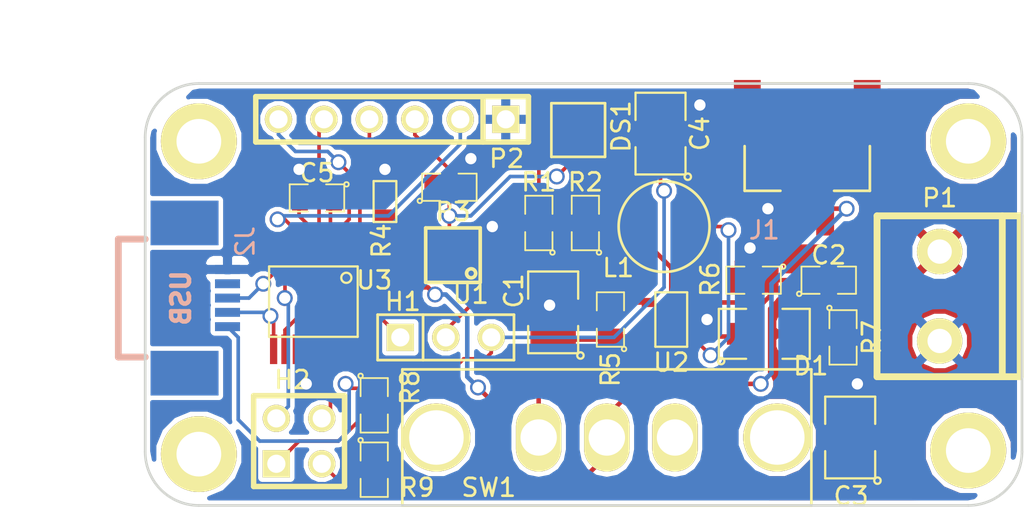
<source format=kicad_pcb>
(kicad_pcb (version 3) (host pcbnew "(2013-05-31 BZR 4019)-stable")

  (general
    (links 59)
    (no_connects 0)
    (area 121.643829 90.525001 181.4864 120.709)
    (thickness 1.6)
    (drawings 11)
    (tracks 212)
    (zones 0)
    (modules 33)
    (nets 27)
  )

  (page A)
  (title_block 
    (title "One Wire Data Logger")
    (rev X1)
  )

  (layers
    (15 F.Cu signal)
    (0 B.Cu signal)
    (20 B.SilkS user)
    (21 F.SilkS user)
    (22 B.Mask user)
    (23 F.Mask user)
    (24 Dwgs.User user)
    (28 Edge.Cuts user)
  )

  (setup
    (last_trace_width 0.2032)
    (user_trace_width 0.2032)
    (user_trace_width 0.635)
    (trace_clearance 0.254)
    (zone_clearance 0.2032)
    (zone_45_only no)
    (trace_min 0.1524)
    (segment_width 0.2)
    (edge_width 0.15)
    (via_size 0.889)
    (via_drill 0.635)
    (via_min_size 0.889)
    (via_min_drill 0.508)
    (uvia_size 0.508)
    (uvia_drill 0.127)
    (uvias_allowed no)
    (uvia_min_size 0.508)
    (uvia_min_drill 0.127)
    (pcb_text_width 0.3)
    (pcb_text_size 1 1)
    (mod_edge_width 0.15)
    (mod_text_size 1 1)
    (mod_text_width 0.15)
    (pad_size 5 5)
    (pad_drill 3.174999)
    (pad_to_mask_clearance 0.1016)
    (aux_axis_origin 0 0)
    (visible_elements 7FFFFFBF)
    (pcbplotparams
      (layerselection 284196865)
      (usegerberextensions true)
      (excludeedgelayer true)
      (linewidth 0.150000)
      (plotframeref false)
      (viasonmask false)
      (mode 1)
      (useauxorigin false)
      (hpglpennumber 1)
      (hpglpenspeed 20)
      (hpglpendiameter 15)
      (hpglpenoverlay 2)
      (psnegative false)
      (psa4output false)
      (plotreference true)
      (plotvalue true)
      (plotothertext true)
      (plotinvisibletext false)
      (padsonsilk false)
      (subtractmaskfromsilk false)
      (outputformat 1)
      (mirror false)
      (drillshape 0)
      (scaleselection 1)
      (outputdirectory plots/))
  )

  (net 0 "")
  (net 1 "/5V Power Supply/+5VOUT")
  (net 2 "/5V Power Supply/3.7V")
  (net 3 /FTDI/+3.3V)
  (net 4 /FTDI/+5V)
  (net 5 /FTDI/CTS)
  (net 6 /FTDI/DM)
  (net 7 /FTDI/DP)
  (net 8 /FTDI/PUP0)
  (net 9 /FTDI/PUP1)
  (net 10 /FTDI/RTS)
  (net 11 /FTDI/RX)
  (net 12 /FTDI/RXLED*)
  (net 13 /FTDI/TX)
  (net 14 /FTDI/TXLED*)
  (net 15 /FTDI/VCC)
  (net 16 "/LiPo Battery Charger/VB-3.7")
  (net 17 GND)
  (net 18 N-0000013)
  (net 19 N-0000014)
  (net 20 N-0000016)
  (net 21 N-0000017)
  (net 22 N-0000018)
  (net 23 N-0000019)
  (net 24 N-0000020)
  (net 25 N-0000021)
  (net 26 N-0000022)

  (net_class Default "This is the default net class."
    (clearance 0.254)
    (trace_width 0.254)
    (via_dia 0.889)
    (via_drill 0.635)
    (uvia_dia 0.508)
    (uvia_drill 0.127)
    (add_net "")
    (add_net "/5V Power Supply/+5VOUT")
    (add_net "/5V Power Supply/3.7V")
    (add_net /FTDI/+3.3V)
    (add_net /FTDI/+5V)
    (add_net /FTDI/CTS)
    (add_net /FTDI/DM)
    (add_net /FTDI/DP)
    (add_net /FTDI/PUP0)
    (add_net /FTDI/PUP1)
    (add_net /FTDI/RTS)
    (add_net /FTDI/RX)
    (add_net /FTDI/RXLED*)
    (add_net /FTDI/TX)
    (add_net /FTDI/TXLED*)
    (add_net /FTDI/VCC)
    (add_net "/LiPo Battery Charger/VB-3.7")
    (add_net GND)
    (add_net N-0000013)
    (add_net N-0000014)
    (add_net N-0000016)
    (add_net N-0000017)
    (add_net N-0000018)
    (add_net N-0000019)
    (add_net N-0000020)
    (add_net N-0000021)
    (add_net N-0000022)
  )

  (module IND-3MM (layer F.Cu) (tedit 53BDAA56) (tstamp 517C7B1E)
    (at 159 103)
    (path /517C5DAF/517C78F4)
    (fp_text reference L1 (at -2.563 2.3086) (layer F.SilkS)
      (effects (font (size 1 1) (thickness 0.15)))
    )
    (fp_text value 10uH (at 0.24892 -4.50088) (layer F.SilkS) hide
      (effects (font (size 1.524 1.524) (thickness 0.3048)))
    )
    (fp_circle (center 0 0) (end 2.54 0) (layer F.SilkS) (width 0.15))
    (pad 1 smd rect (at -1.9 0) (size 1.8 2.5)
      (layers F.Cu F.Mask)
      (net 2 "/5V Power Supply/3.7V")
    )
    (pad 2 smd rect (at 1.9 0) (size 1.8 2.7)
      (layers F.Cu F.Mask)
      (net 26 N-0000022)
    )
  )

  (module SM1210 (layer F.Cu) (tedit 53BDAA5A) (tstamp 517C7636)
    (at 169.4 114.8 90)
    (tags "CMS SM")
    (path /517C5DAF/517C7D72)
    (attr smd)
    (fp_text reference C3 (at -3.2766 0.0508 180) (layer F.SilkS)
      (effects (font (size 1 1) (thickness 0.15)))
    )
    (fp_text value 4.7uF (at 1.5 2.2 90) (layer F.SilkS) hide
      (effects (font (size 0.762 0.762) (thickness 0.127)))
    )
    (fp_circle (center -2.413 1.524) (end -2.286 1.397) (layer F.SilkS) (width 0.127))
    (fp_line (start -0.762 -1.397) (end -2.286 -1.397) (layer F.SilkS) (width 0.127))
    (fp_line (start -2.286 -1.397) (end -2.286 1.397) (layer F.SilkS) (width 0.127))
    (fp_line (start -2.286 1.397) (end -0.762 1.397) (layer F.SilkS) (width 0.127))
    (fp_line (start 0.762 1.397) (end 2.286 1.397) (layer F.SilkS) (width 0.127))
    (fp_line (start 2.286 1.397) (end 2.286 -1.397) (layer F.SilkS) (width 0.127))
    (fp_line (start 2.286 -1.397) (end 0.762 -1.397) (layer F.SilkS) (width 0.127))
    (pad 1 smd rect (at -1.524 0 90) (size 1.27 2.54)
      (layers F.Cu F.Mask)
      (net 1 "/5V Power Supply/+5VOUT")
    )
    (pad 2 smd rect (at 1.524 0 90) (size 1.27 2.54)
      (layers F.Cu F.Mask)
      (net 17 GND)
    )
    (model smd/chip_cms.wrl
      (at (xyz 0 0 0))
      (scale (xyz 0.17 0.2 0.17))
      (rotate (xyz 0 0 0))
    )
  )

  (module SM0805 (layer F.Cu) (tedit 51B9F66C) (tstamp 517C76B7)
    (at 154.6 102.8 90)
    (path /517C5D95/517C6029)
    (attr smd)
    (fp_text reference R2 (at 2.286 0 180) (layer F.SilkS)
      (effects (font (size 1 1) (thickness 0.15)))
    )
    (fp_text value 470 (at 0 0.381 90) (layer F.SilkS) hide
      (effects (font (size 0.50038 0.50038) (thickness 0.10922)))
    )
    (fp_circle (center -1.651 0.762) (end -1.651 0.635) (layer F.SilkS) (width 0.09906))
    (fp_line (start -0.508 0.762) (end -1.524 0.762) (layer F.SilkS) (width 0.09906))
    (fp_line (start -1.524 0.762) (end -1.524 -0.762) (layer F.SilkS) (width 0.09906))
    (fp_line (start -1.524 -0.762) (end -0.508 -0.762) (layer F.SilkS) (width 0.09906))
    (fp_line (start 0.508 -0.762) (end 1.524 -0.762) (layer F.SilkS) (width 0.09906))
    (fp_line (start 1.524 -0.762) (end 1.524 0.762) (layer F.SilkS) (width 0.09906))
    (fp_line (start 1.524 0.762) (end 0.508 0.762) (layer F.SilkS) (width 0.09906))
    (pad 1 smd rect (at -0.9525 0 90) (size 0.889 1.397)
      (layers F.Cu F.Mask)
      (net 21 N-0000017)
    )
    (pad 2 smd rect (at 0.9525 0 90) (size 0.889 1.397)
      (layers F.Cu F.Mask)
      (net 22 N-0000018)
    )
    (model smd/chip_cms.wrl
      (at (xyz 0 0 0))
      (scale (xyz 0.1 0.1 0.1))
      (rotate (xyz 0 0 0))
    )
  )

  (module SM0805 (layer F.Cu) (tedit 51B9F667) (tstamp 517C76C4)
    (at 152 102.8 90)
    (path /517C5D95/517C601A)
    (attr smd)
    (fp_text reference R1 (at 2.286 0 180) (layer F.SilkS)
      (effects (font (size 1 1) (thickness 0.15)))
    )
    (fp_text value 470 (at 0.508 0.254 90) (layer F.SilkS) hide
      (effects (font (size 0.50038 0.50038) (thickness 0.10922)))
    )
    (fp_circle (center -1.651 0.762) (end -1.651 0.635) (layer F.SilkS) (width 0.09906))
    (fp_line (start -0.508 0.762) (end -1.524 0.762) (layer F.SilkS) (width 0.09906))
    (fp_line (start -1.524 0.762) (end -1.524 -0.762) (layer F.SilkS) (width 0.09906))
    (fp_line (start -1.524 -0.762) (end -0.508 -0.762) (layer F.SilkS) (width 0.09906))
    (fp_line (start 0.508 -0.762) (end 1.524 -0.762) (layer F.SilkS) (width 0.09906))
    (fp_line (start 1.524 -0.762) (end 1.524 0.762) (layer F.SilkS) (width 0.09906))
    (fp_line (start 1.524 0.762) (end 0.508 0.762) (layer F.SilkS) (width 0.09906))
    (pad 1 smd rect (at -0.9525 0 90) (size 0.889 1.397)
      (layers F.Cu F.Mask)
      (net 23 N-0000019)
    )
    (pad 2 smd rect (at 0.9525 0 90) (size 0.889 1.397)
      (layers F.Cu F.Mask)
      (net 20 N-0000016)
    )
    (model smd/chip_cms.wrl
      (at (xyz 0 0 0))
      (scale (xyz 0.1 0.1 0.1))
      (rotate (xyz 0 0 0))
    )
  )

  (module SM0805 (layer F.Cu) (tedit 53BDAA50) (tstamp 517D30A1)
    (at 147 100.8)
    (path /517C5D95/517C6174)
    (attr smd)
    (fp_text reference R3 (at 0.202 1.3776) (layer F.SilkS)
      (effects (font (size 1 1) (thickness 0.15)))
    )
    (fp_text value 2.2K (at 0 0.381) (layer F.SilkS) hide
      (effects (font (size 0.50038 0.50038) (thickness 0.10922)))
    )
    (fp_circle (center -1.651 0.762) (end -1.651 0.635) (layer F.SilkS) (width 0.09906))
    (fp_line (start -0.508 0.762) (end -1.524 0.762) (layer F.SilkS) (width 0.09906))
    (fp_line (start -1.524 0.762) (end -1.524 -0.762) (layer F.SilkS) (width 0.09906))
    (fp_line (start -1.524 -0.762) (end -0.508 -0.762) (layer F.SilkS) (width 0.09906))
    (fp_line (start 0.508 -0.762) (end 1.524 -0.762) (layer F.SilkS) (width 0.09906))
    (fp_line (start 1.524 -0.762) (end 1.524 0.762) (layer F.SilkS) (width 0.09906))
    (fp_line (start 1.524 0.762) (end 0.508 0.762) (layer F.SilkS) (width 0.09906))
    (pad 1 smd rect (at -0.9525 0) (size 0.889 1.397)
      (layers F.Cu F.Mask)
      (net 18 N-0000013)
    )
    (pad 2 smd rect (at 0.9525 0) (size 0.889 1.397)
      (layers F.Cu F.Mask)
      (net 17 GND)
    )
    (model smd/chip_cms.wrl
      (at (xyz 0 0 0))
      (scale (xyz 0.1 0.1 0.1))
      (rotate (xyz 0 0 0))
    )
  )

  (module USB-B-MINI (layer B.Cu) (tedit 518D1FA2) (tstamp 517C772D)
    (at 128.5 107 90)
    (descr "USB, MINI, B")
    (tags USB-B-MINI)
    (path /53C9C2FF/4FF311FD)
    (fp_text reference J2 (at 3.163 7.088 90) (layer B.SilkS)
      (effects (font (size 1 1) (thickness 0.15)) (justify mirror))
    )
    (fp_text value USB-B (at 0.39878 -1.50114 90) (layer B.SilkS) hide
      (effects (font (size 1.524 1.524) (thickness 0.3048)) (justify mirror))
    )
    (fp_line (start -3.29946 0) (end -3.29946 1.50114) (layer B.SilkS) (width 0.381))
    (fp_line (start 3.29946 0) (end 3.29946 1.50114) (layer B.SilkS) (width 0.381))
    (fp_line (start -3.29946 0) (end 3.29946 0) (layer B.SilkS) (width 0.381))
    (pad G2 smd rect (at 4.20116 3.70078 90) (size 2.49936 3.79984)
      (layers B.Cu B.Mask)
    )
    (pad G1 smd rect (at -4.20116 3.70078 90) (size 2.49936 3.79984)
      (layers B.Cu B.Mask)
    )
    (pad 4 smd rect (at 1.6002 6.10108 90) (size 0.50038 1.39954)
      (layers B.Cu B.Mask)
      (net 17 GND)
    )
    (pad NC smd rect (at 0.8001 6.10108 90) (size 0.50038 1.39954)
      (layers B.Cu B.Mask)
    )
    (pad 1 smd rect (at -1.6002 6.10108 90) (size 0.50038 1.39954)
      (layers B.Cu B.Mask)
      (net 4 /FTDI/+5V)
    )
    (pad 2 smd rect (at -0.8001 6.10108 90) (size 0.50038 1.39954)
      (layers B.Cu B.Mask)
      (net 6 /FTDI/DM)
    )
    (pad 3 smd rect (at 0 6.10108 90) (size 0.50038 1.39954)
      (layers B.Cu B.Mask)
      (net 7 /FTDI/DP)
    )
  )

  (module SOD-123 (layer F.Cu) (tedit 53C9DAA4) (tstamp 517C773A)
    (at 164.6 109)
    (tags "CMS SM")
    (path /517C5DAF/517C7D22)
    (attr smd)
    (fp_text reference D1 (at 2.6 1.8) (layer F.SilkS)
      (effects (font (size 1 1) (thickness 0.15)))
    )
    (fp_text value MBR0520LT1G (at 0.127 2.159) (layer F.SilkS) hide
      (effects (font (size 0.762 0.762) (thickness 0.127)))
    )
    (fp_circle (center -2.413 1.524) (end -2.286 1.397) (layer F.SilkS) (width 0.127))
    (fp_line (start -1.016 -1.397) (end -2.54 -1.397) (layer F.SilkS) (width 0.127))
    (fp_line (start -2.54 -1.397) (end -2.54 1.397) (layer F.SilkS) (width 0.127))
    (fp_line (start -2.54 1.397) (end -1.016 1.397) (layer F.SilkS) (width 0.127))
    (fp_line (start 1.016 1.397) (end 2.54 1.397) (layer F.SilkS) (width 0.127))
    (fp_line (start 2.54 1.397) (end 2.54 -1.397) (layer F.SilkS) (width 0.127))
    (fp_line (start 2.54 -1.397) (end 1.016 -1.397) (layer F.SilkS) (width 0.127))
    (pad 1 smd rect (at -1.63576 0) (size 0.90932 1.2192)
      (layers F.Cu F.Mask)
      (net 26 N-0000022)
    )
    (pad 2 smd rect (at 1.63576 0) (size 0.90932 1.2192)
      (layers F.Cu F.Mask)
      (net 1 "/5V Power Supply/+5VOUT")
    )
    (model smd/chip_cms.wrl
      (at (xyz 0 0 0))
      (scale (xyz 0.17 0.2 0.17))
      (rotate (xyz 0 0 0))
    )
  )

  (module SM0805 (layer F.Cu) (tedit 53C9DA90) (tstamp 517C7F7B)
    (at 156 108.2 90)
    (path /517C5DAF/517C78A7)
    (attr smd)
    (fp_text reference R5 (at -2.8 0 90) (layer F.SilkS)
      (effects (font (size 1 1) (thickness 0.15)))
    )
    (fp_text value 1M (at 0 0.381 90) (layer F.SilkS) hide
      (effects (font (size 0.50038 0.50038) (thickness 0.10922)))
    )
    (fp_circle (center -1.651 0.762) (end -1.651 0.635) (layer F.SilkS) (width 0.09906))
    (fp_line (start -0.508 0.762) (end -1.524 0.762) (layer F.SilkS) (width 0.09906))
    (fp_line (start -1.524 0.762) (end -1.524 -0.762) (layer F.SilkS) (width 0.09906))
    (fp_line (start -1.524 -0.762) (end -0.508 -0.762) (layer F.SilkS) (width 0.09906))
    (fp_line (start 0.508 -0.762) (end 1.524 -0.762) (layer F.SilkS) (width 0.09906))
    (fp_line (start 1.524 -0.762) (end 1.524 0.762) (layer F.SilkS) (width 0.09906))
    (fp_line (start 1.524 0.762) (end 0.508 0.762) (layer F.SilkS) (width 0.09906))
    (pad 1 smd rect (at -0.9525 0 90) (size 0.889 1.397)
      (layers F.Cu F.Mask)
      (net 2 "/5V Power Supply/3.7V")
    )
    (pad 2 smd rect (at 0.9525 0 90) (size 0.889 1.397)
      (layers F.Cu F.Mask)
      (net 25 N-0000021)
    )
    (model smd/chip_cms.wrl
      (at (xyz 0 0 0))
      (scale (xyz 0.1 0.1 0.1))
      (rotate (xyz 0 0 0))
    )
  )

  (module SM0805 (layer F.Cu) (tedit 53C9CFED) (tstamp 518D1FF5)
    (at 142.8 116.6 270)
    (path /53C9C2FF/4FF314D2)
    (attr smd)
    (fp_text reference R9 (at 1 -2.4 360) (layer F.SilkS)
      (effects (font (size 1 1) (thickness 0.15)))
    )
    (fp_text value 270 (at 0 0.381 270) (layer F.SilkS) hide
      (effects (font (size 0.50038 0.50038) (thickness 0.10922)))
    )
    (fp_circle (center -1.651 0.762) (end -1.651 0.635) (layer F.SilkS) (width 0.09906))
    (fp_line (start -0.508 0.762) (end -1.524 0.762) (layer F.SilkS) (width 0.09906))
    (fp_line (start -1.524 0.762) (end -1.524 -0.762) (layer F.SilkS) (width 0.09906))
    (fp_line (start -1.524 -0.762) (end -0.508 -0.762) (layer F.SilkS) (width 0.09906))
    (fp_line (start 0.508 -0.762) (end 1.524 -0.762) (layer F.SilkS) (width 0.09906))
    (fp_line (start 1.524 -0.762) (end 1.524 0.762) (layer F.SilkS) (width 0.09906))
    (fp_line (start 1.524 0.762) (end 0.508 0.762) (layer F.SilkS) (width 0.09906))
    (pad 1 smd rect (at -0.9525 0 270) (size 0.889 1.397)
      (layers F.Cu F.Mask)
      (net 4 /FTDI/+5V)
    )
    (pad 2 smd rect (at 0.9525 0 270) (size 0.889 1.397)
      (layers F.Cu F.Mask)
      (net 9 /FTDI/PUP1)
    )
    (model smd/chip_cms.wrl
      (at (xyz 0 0 0))
      (scale (xyz 0.1 0.1 0.1))
      (rotate (xyz 0 0 0))
    )
  )

  (module SM0805 (layer F.Cu) (tedit 53C9DAAB) (tstamp 517FF69C)
    (at 169 109.2 270)
    (path /517C5DAF/517C7E37)
    (attr smd)
    (fp_text reference R7 (at 0 -1.6 270) (layer F.SilkS)
      (effects (font (size 1 1) (thickness 0.15)))
    )
    (fp_text value 3.09K (at 0 0.381 270) (layer F.SilkS) hide
      (effects (font (size 0.50038 0.50038) (thickness 0.10922)))
    )
    (fp_circle (center -1.651 0.762) (end -1.651 0.635) (layer F.SilkS) (width 0.09906))
    (fp_line (start -0.508 0.762) (end -1.524 0.762) (layer F.SilkS) (width 0.09906))
    (fp_line (start -1.524 0.762) (end -1.524 -0.762) (layer F.SilkS) (width 0.09906))
    (fp_line (start -1.524 -0.762) (end -0.508 -0.762) (layer F.SilkS) (width 0.09906))
    (fp_line (start 0.508 -0.762) (end 1.524 -0.762) (layer F.SilkS) (width 0.09906))
    (fp_line (start 1.524 -0.762) (end 1.524 0.762) (layer F.SilkS) (width 0.09906))
    (fp_line (start 1.524 0.762) (end 0.508 0.762) (layer F.SilkS) (width 0.09906))
    (pad 1 smd rect (at -0.9525 0 270) (size 0.889 1.397)
      (layers F.Cu F.Mask)
      (net 24 N-0000020)
    )
    (pad 2 smd rect (at 0.9525 0 270) (size 0.889 1.397)
      (layers F.Cu F.Mask)
      (net 1 "/5V Power Supply/+5VOUT")
    )
    (model smd/chip_cms.wrl
      (at (xyz 0 0 0))
      (scale (xyz 0.1 0.1 0.1))
      (rotate (xyz 0 0 0))
    )
  )

  (module SM0805 (layer F.Cu) (tedit 53BE9C67) (tstamp 51804B98)
    (at 164 106 180)
    (path /517C5DAF/517C7E46)
    (attr smd)
    (fp_text reference R6 (at 2.4306 0.0484 270) (layer F.SilkS)
      (effects (font (size 1 1) (thickness 0.15)))
    )
    (fp_text value 1K (at 0 0.381 180) (layer F.SilkS) hide
      (effects (font (size 0.50038 0.50038) (thickness 0.10922)))
    )
    (fp_circle (center -1.651 0.762) (end -1.651 0.635) (layer F.SilkS) (width 0.09906))
    (fp_line (start -0.508 0.762) (end -1.524 0.762) (layer F.SilkS) (width 0.09906))
    (fp_line (start -1.524 0.762) (end -1.524 -0.762) (layer F.SilkS) (width 0.09906))
    (fp_line (start -1.524 -0.762) (end -0.508 -0.762) (layer F.SilkS) (width 0.09906))
    (fp_line (start 0.508 -0.762) (end 1.524 -0.762) (layer F.SilkS) (width 0.09906))
    (fp_line (start 1.524 -0.762) (end 1.524 0.762) (layer F.SilkS) (width 0.09906))
    (fp_line (start 1.524 0.762) (end 0.508 0.762) (layer F.SilkS) (width 0.09906))
    (pad 1 smd rect (at -0.9525 0 180) (size 0.889 1.397)
      (layers F.Cu F.Mask)
      (net 24 N-0000020)
    )
    (pad 2 smd rect (at 0.9525 0 180) (size 0.889 1.397)
      (layers F.Cu F.Mask)
      (net 17 GND)
    )
    (model smd/chip_cms.wrl
      (at (xyz 0 0 0))
      (scale (xyz 0.1 0.1 0.1))
      (rotate (xyz 0 0 0))
    )
  )

  (module FIDUCIAL (layer F.Cu) (tedit 518BF783) (tstamp 518D1DBD)
    (at 172.8 113.2)
    (path /518D21B8)
    (fp_text reference FID1 (at 0 2.3495) (layer F.SilkS) hide
      (effects (font (size 1 1) (thickness 0.15)))
    )
    (fp_text value CONN_1 (at 0.127 -2.794) (layer F.SilkS) hide
      (effects (font (size 1.016 1.016) (thickness 0.2032)))
    )
    (pad 1 smd circle (at 0 0) (size 1 1)
      (layers F.Cu F.Mask)
      (solder_mask_margin 1)
      (clearance 1)
    )
  )

  (module FIDUCIAL (layer F.Cu) (tedit 518BF783) (tstamp 518D1DC2)
    (at 136 101)
    (path /518D20E3)
    (fp_text reference FID2 (at 0 2.3495) (layer F.SilkS) hide
      (effects (font (size 1 1) (thickness 0.15)))
    )
    (fp_text value CONN_1 (at 0.127 -2.794) (layer F.SilkS) hide
      (effects (font (size 1.016 1.016) (thickness 0.2032)))
    )
    (pad 1 smd circle (at 0 0) (size 1 1)
      (layers F.Cu F.Mask)
      (solder_mask_margin 1)
      (clearance 1)
    )
  )

  (module SW-SPDT-SLIDE (layer F.Cu) (tedit 53C9D448) (tstamp 51B1D411)
    (at 155.8 114.8)
    (path /53C9D52C)
    (fp_text reference SW1 (at -6.6 2.8) (layer F.SilkS)
      (effects (font (size 1 1) (thickness 0.15)))
    )
    (fp_text value SW-SPDT (at 0 5.08) (layer F.SilkS) hide
      (effects (font (size 1 1) (thickness 0.15)))
    )
    (fp_line (start 11.43 -3.81) (end 11.43 3.81) (layer F.SilkS) (width 0.15))
    (fp_line (start -11.43 -3.81) (end -11.43 3.81) (layer F.SilkS) (width 0.15))
    (fp_line (start 11.43 3.81) (end -11.43 3.81) (layer F.SilkS) (width 0.15))
    (fp_line (start -11.43 -3.81) (end 11.43 -3.81) (layer F.SilkS) (width 0.15))
    (pad 1 thru_hole oval (at -3.81 0) (size 2.54 3.81) (drill 2.032)
      (layers *.Cu *.Mask F.SilkS)
      (net 2 "/5V Power Supply/3.7V")
    )
    (pad 2 thru_hole oval (at 0 0) (size 2.54 3.81) (drill 2.032)
      (layers *.Cu *.Mask F.SilkS)
      (net 16 "/LiPo Battery Charger/VB-3.7")
    )
    (pad 3 thru_hole oval (at 3.81 0) (size 2.54 3.81) (drill 2.032)
      (layers *.Cu *.Mask F.SilkS)
    )
    (pad "" thru_hole circle (at -9.525 0) (size 3.81 3.81) (drill 3.048)
      (layers *.Cu *.Mask F.SilkS)
    )
    (pad "" thru_hole circle (at 9.525 0) (size 3.81 3.81) (drill 3.048)
      (layers *.Cu *.Mask F.SilkS)
    )
  )

  (module JST-2-SMT (layer F.Cu) (tedit 53C9DAB3) (tstamp 517C7B67)
    (at 167 99)
    (path /517C5D95/517C6133)
    (clearance 0.1524)
    (attr smd)
    (fp_text reference J1 (at -2.4 4.2) (layer B.SilkS)
      (effects (font (size 1 1) (thickness 0.15)))
    )
    (fp_text value JST_2 (at 0 6) (layer B.SilkS) hide
      (effects (font (size 1.27 1.27) (thickness 0.0889)))
    )
    (fp_line (start 1.5 2) (end 3.5 2) (layer F.SilkS) (width 0.15))
    (fp_line (start 3.5 2) (end 3.5 -0.5) (layer F.SilkS) (width 0.15))
    (fp_line (start -3.5 -0.5) (end -3.5 2) (layer F.SilkS) (width 0.15))
    (fp_line (start -3.5 2) (end -1.5 2) (layer F.SilkS) (width 0.15))
    (fp_line (start -2.5 -4) (end 2.5 -4) (layer F.SilkS) (width 0.15))
    (fp_text user "" (at -2.20218 5.3848) (layer B.SilkS)
      (effects (font (size 1.4224 1.4224) (thickness 0.0889)))
    )
    (fp_text user "" (at 2.98196 5.3848) (layer B.SilkS)
      (effects (font (size 1.4224 1.4224) (thickness 0.0889)))
    )
    (pad 1 smd rect (at -1 3) (size 1 3)
      (layers F.Cu F.Mask)
      (net 17 GND)
    )
    (pad 2 smd rect (at 1 3) (size 1 3)
      (layers F.Cu F.Mask)
      (net 16 "/LiPo Battery Charger/VB-3.7")
    )
    (pad NC1 smd rect (at -3.35 -2.5) (size 1.5 3.4)
      (layers F.Cu F.Mask)
    )
    (pad NC2 smd rect (at 3.35 -2.5) (size 1.5 3.4)
      (layers F.Cu F.Mask)
    )
  )

  (module SOT23_LED2C (layer F.Cu) (tedit 53C9DAC9) (tstamp 53BEC19C)
    (at 154.2 97.6 180)
    (tags SOT23)
    (path /517C5D95/517C600B)
    (fp_text reference DS1 (at -2.4 0.2 270) (layer F.SilkS)
      (effects (font (size 1 1) (thickness 0.15)))
    )
    (fp_text value LED2C_CA (at 0 2.8 180) (layer F.SilkS) hide
      (effects (font (size 0.50038 0.50038) (thickness 0.0762)))
    )
    (fp_line (start 1.5 -1.5) (end 1.5 1.5) (layer F.SilkS) (width 0.15))
    (fp_line (start 1.5 1.5) (end -1.5 1.5) (layer F.SilkS) (width 0.15))
    (fp_line (start -1.5 1.5) (end -1.5 -1.5) (layer F.SilkS) (width 0.15))
    (fp_line (start -1.5 -1.5) (end 1.5 -1.5) (layer F.SilkS) (width 0.15))
    (pad ANOD smd rect (at 0 -1.4 180) (size 1.5 1.5)
      (layers F.Cu F.Mask)
      (net 15 /FTDI/VCC)
    )
    (pad RED smd rect (at 0.95 1.4 180) (size 1.5 1.5)
      (layers F.Cu F.Mask)
      (net 20 N-0000016)
    )
    (pad GRN smd rect (at -0.95 1.4 180) (size 1.5 1.5)
      (layers F.Cu F.Mask)
      (net 22 N-0000018)
    )
    (model smd/SOT23_6.wrl
      (at (xyz 0 0 0))
      (scale (xyz 0.11 0.11 0.11))
      (rotate (xyz 0 0 -180))
    )
  )

  (module PIN_ARRAY_3X1 (layer F.Cu) (tedit 53C9DA7E) (tstamp 53C9BCB4)
    (at 146.8 109.2)
    (descr "Connecteur 3 pins")
    (tags "CONN DEV")
    (path /53C9C2FF/4FF31320)
    (fp_text reference H1 (at -2.4 -2) (layer F.SilkS)
      (effects (font (size 1 1) (thickness 0.15)))
    )
    (fp_text value CONN_3 (at 0 -2.159) (layer F.SilkS) hide
      (effects (font (size 1.016 1.016) (thickness 0.1524)))
    )
    (fp_line (start -3.81 1.27) (end -3.81 -1.27) (layer F.SilkS) (width 0.1524))
    (fp_line (start -3.81 -1.27) (end 3.81 -1.27) (layer F.SilkS) (width 0.1524))
    (fp_line (start 3.81 -1.27) (end 3.81 1.27) (layer F.SilkS) (width 0.1524))
    (fp_line (start 3.81 1.27) (end -3.81 1.27) (layer F.SilkS) (width 0.1524))
    (fp_line (start -1.27 -1.27) (end -1.27 1.27) (layer F.SilkS) (width 0.1524))
    (pad 1 thru_hole rect (at -2.54 0) (size 1.524 1.524) (drill 1.016)
      (layers *.Cu *.Mask F.SilkS)
      (net 3 /FTDI/+3.3V)
    )
    (pad 2 thru_hole circle (at 0 0) (size 1.524 1.524) (drill 1.016)
      (layers *.Cu *.Mask F.SilkS)
      (net 15 /FTDI/VCC)
    )
    (pad 3 thru_hole circle (at 2.54 0) (size 1.524 1.524) (drill 1.016)
      (layers *.Cu *.Mask F.SilkS)
      (net 4 /FTDI/+5V)
    )
    (model pin_array/pins_array_3x1.wrl
      (at (xyz 0 0 0))
      (scale (xyz 1 1 1))
      (rotate (xyz 0 0 0))
    )
  )

  (module PIN_ARRAY_2X2 (layer F.Cu) (tedit 3FAB87D4) (tstamp 53C9BCC0)
    (at 138.6 115)
    (descr "Double rangee de contacts 2 x 2 pins")
    (tags CONN)
    (path /53C9C2FF/5245770A)
    (fp_text reference H2 (at -0.381 -3.429) (layer F.SilkS)
      (effects (font (size 1 1) (thickness 0.15)))
    )
    (fp_text value CONN_2X2 (at 0 3.048) (layer F.SilkS) hide
      (effects (font (size 1.016 1.016) (thickness 0.2032)))
    )
    (fp_line (start -2.54 -2.54) (end 2.54 -2.54) (layer F.SilkS) (width 0.3048))
    (fp_line (start 2.54 -2.54) (end 2.54 2.54) (layer F.SilkS) (width 0.3048))
    (fp_line (start 2.54 2.54) (end -2.54 2.54) (layer F.SilkS) (width 0.3048))
    (fp_line (start -2.54 2.54) (end -2.54 -2.54) (layer F.SilkS) (width 0.3048))
    (pad 1 thru_hole rect (at -1.27 1.27) (size 1.524 1.524) (drill 1.016)
      (layers *.Cu *.Mask F.SilkS)
      (net 8 /FTDI/PUP0)
    )
    (pad 2 thru_hole circle (at -1.27 -1.27) (size 1.524 1.524) (drill 1.016)
      (layers *.Cu *.Mask F.SilkS)
      (net 14 /FTDI/TXLED*)
    )
    (pad 3 thru_hole circle (at 1.27 1.27) (size 1.524 1.524) (drill 1.016)
      (layers *.Cu *.Mask F.SilkS)
      (net 9 /FTDI/PUP1)
    )
    (pad 4 thru_hole circle (at 1.27 -1.27) (size 1.524 1.524) (drill 1.016)
      (layers *.Cu *.Mask F.SilkS)
      (net 12 /FTDI/RXLED*)
    )
    (model pin_array/pins_array_2x2.wrl
      (at (xyz 0 0 0))
      (scale (xyz 1 1 1))
      (rotate (xyz 0 0 0))
    )
  )

  (module PIN_ARRAY-6X1 (layer F.Cu) (tedit 53C9D511) (tstamp 53C9BCD8)
    (at 143.8 97 180)
    (descr "Connecteur 6 pins")
    (tags "CONN DEV")
    (path /53C9C2FF/4FF312DA)
    (fp_text reference P2 (at -6.4 -2.2 180) (layer F.SilkS)
      (effects (font (size 1 1) (thickness 0.15)))
    )
    (fp_text value CONN_6 (at 0 2.159 180) (layer F.SilkS) hide
      (effects (font (size 1.016 0.889) (thickness 0.2032)))
    )
    (fp_line (start -7.62 1.27) (end -7.62 -1.27) (layer F.SilkS) (width 0.3048))
    (fp_line (start -7.62 -1.27) (end 7.62 -1.27) (layer F.SilkS) (width 0.3048))
    (fp_line (start 7.62 -1.27) (end 7.62 1.27) (layer F.SilkS) (width 0.3048))
    (fp_line (start 7.62 1.27) (end -7.62 1.27) (layer F.SilkS) (width 0.3048))
    (fp_line (start -5.08 1.27) (end -5.08 -1.27) (layer F.SilkS) (width 0.3048))
    (pad 1 thru_hole rect (at -6.35 0 180) (size 1.524 1.524) (drill 1.016)
      (layers *.Cu *.Mask F.SilkS)
      (net 17 GND)
    )
    (pad 2 thru_hole circle (at -3.81 0 180) (size 1.524 1.524) (drill 1.016)
      (layers *.Cu *.Mask F.SilkS)
      (net 5 /FTDI/CTS)
    )
    (pad 3 thru_hole circle (at -1.27 0 180) (size 1.524 1.524) (drill 1.016)
      (layers *.Cu *.Mask F.SilkS)
      (net 15 /FTDI/VCC)
    )
    (pad 4 thru_hole circle (at 1.27 0 180) (size 1.524 1.524) (drill 1.016)
      (layers *.Cu *.Mask F.SilkS)
      (net 13 /FTDI/TX)
    )
    (pad 5 thru_hole circle (at 3.81 0 180) (size 1.524 1.524) (drill 1.016)
      (layers *.Cu *.Mask F.SilkS)
      (net 11 /FTDI/RX)
    )
    (pad 6 thru_hole circle (at 6.35 0 180) (size 1.524 1.524) (drill 1.016)
      (layers *.Cu *.Mask F.SilkS)
      (net 10 /FTDI/RTS)
    )
    (model pin_array/pins_array_6x1.wrl
      (at (xyz 0 0 0))
      (scale (xyz 1 1 1))
      (rotate (xyz 0 0 0))
    )
  )

  (module SM0805 (layer F.Cu) (tedit 53C9CC52) (tstamp 517C7629)
    (at 139.6 101.4 180)
    (path /53C9C2FF/4FF31376)
    (attr smd)
    (fp_text reference C5 (at 0 1.4 180) (layer F.SilkS)
      (effects (font (size 1 1) (thickness 0.15)))
    )
    (fp_text value 0.1uF (at -0.1 1.5 180) (layer F.SilkS) hide
      (effects (font (size 0.50038 0.50038) (thickness 0.10922)))
    )
    (fp_circle (center -1.651 0.762) (end -1.651 0.635) (layer F.SilkS) (width 0.09906))
    (fp_line (start -0.508 0.762) (end -1.524 0.762) (layer F.SilkS) (width 0.09906))
    (fp_line (start -1.524 0.762) (end -1.524 -0.762) (layer F.SilkS) (width 0.09906))
    (fp_line (start -1.524 -0.762) (end -0.508 -0.762) (layer F.SilkS) (width 0.09906))
    (fp_line (start 0.508 -0.762) (end 1.524 -0.762) (layer F.SilkS) (width 0.09906))
    (fp_line (start 1.524 -0.762) (end 1.524 0.762) (layer F.SilkS) (width 0.09906))
    (fp_line (start 1.524 0.762) (end 0.508 0.762) (layer F.SilkS) (width 0.09906))
    (pad 1 smd rect (at -0.9525 0 180) (size 0.889 1.397)
      (layers F.Cu F.Mask)
      (net 3 /FTDI/+3.3V)
    )
    (pad 2 smd rect (at 0.9525 0 180) (size 0.889 1.397)
      (layers F.Cu F.Mask)
      (net 17 GND)
    )
    (model smd/chip_cms.wrl
      (at (xyz 0 0 0))
      (scale (xyz 0.1 0.1 0.1))
      (rotate (xyz 0 0 0))
    )
  )

  (module SM0805 (layer F.Cu) (tedit 53C9CCAE) (tstamp 517C7643)
    (at 168.2 106)
    (path /517C5DAF/517C7F11)
    (attr smd)
    (fp_text reference C2 (at 0 -1.4) (layer F.SilkS)
      (effects (font (size 1 1) (thickness 0.15)))
    )
    (fp_text value 680pF (at 0 1.4) (layer F.SilkS) hide
      (effects (font (size 0.50038 0.50038) (thickness 0.10922)))
    )
    (fp_circle (center -1.651 0.762) (end -1.651 0.635) (layer F.SilkS) (width 0.09906))
    (fp_line (start -0.508 0.762) (end -1.524 0.762) (layer F.SilkS) (width 0.09906))
    (fp_line (start -1.524 0.762) (end -1.524 -0.762) (layer F.SilkS) (width 0.09906))
    (fp_line (start -1.524 -0.762) (end -0.508 -0.762) (layer F.SilkS) (width 0.09906))
    (fp_line (start 0.508 -0.762) (end 1.524 -0.762) (layer F.SilkS) (width 0.09906))
    (fp_line (start 1.524 -0.762) (end 1.524 0.762) (layer F.SilkS) (width 0.09906))
    (fp_line (start 1.524 0.762) (end 0.508 0.762) (layer F.SilkS) (width 0.09906))
    (pad 1 smd rect (at -0.9525 0) (size 0.889 1.397)
      (layers F.Cu F.Mask)
      (net 24 N-0000020)
    )
    (pad 2 smd rect (at 0.9525 0) (size 0.889 1.397)
      (layers F.Cu F.Mask)
      (net 1 "/5V Power Supply/+5VOUT")
    )
    (model smd/chip_cms.wrl
      (at (xyz 0 0 0))
      (scale (xyz 0.1 0.1 0.1))
      (rotate (xyz 0 0 0))
    )
  )

  (module SM1210 (layer F.Cu) (tedit 53C9DA84) (tstamp 517C765C)
    (at 152.8 107.8 90)
    (tags "CMS SM")
    (path /517C5DAF/517C78BC)
    (attr smd)
    (fp_text reference C1 (at 1.2 -2.2 90) (layer F.SilkS)
      (effects (font (size 1 1) (thickness 0.15)))
    )
    (fp_text value 4.7uF (at 0 0.508 90) (layer F.SilkS) hide
      (effects (font (size 0.762 0.762) (thickness 0.127)))
    )
    (fp_circle (center -2.413 1.524) (end -2.286 1.397) (layer F.SilkS) (width 0.127))
    (fp_line (start -0.762 -1.397) (end -2.286 -1.397) (layer F.SilkS) (width 0.127))
    (fp_line (start -2.286 -1.397) (end -2.286 1.397) (layer F.SilkS) (width 0.127))
    (fp_line (start -2.286 1.397) (end -0.762 1.397) (layer F.SilkS) (width 0.127))
    (fp_line (start 0.762 1.397) (end 2.286 1.397) (layer F.SilkS) (width 0.127))
    (fp_line (start 2.286 1.397) (end 2.286 -1.397) (layer F.SilkS) (width 0.127))
    (fp_line (start 2.286 -1.397) (end 0.762 -1.397) (layer F.SilkS) (width 0.127))
    (pad 1 smd rect (at -1.524 0 90) (size 1.27 2.54)
      (layers F.Cu F.Mask)
      (net 2 "/5V Power Supply/3.7V")
    )
    (pad 2 smd rect (at 1.524 0 90) (size 1.27 2.54)
      (layers F.Cu F.Mask)
      (net 17 GND)
    )
    (model smd/chip_cms.wrl
      (at (xyz 0 0 0))
      (scale (xyz 0.17 0.2 0.17))
      (rotate (xyz 0 0 0))
    )
  )

  (module SM1210 (layer F.Cu) (tedit 53C9DAC4) (tstamp 517C7683)
    (at 158.8 97.8 90)
    (tags "CMS SM")
    (path /53C9C2FF/4FF312AD)
    (attr smd)
    (fp_text reference C4 (at 0 2.2 90) (layer F.SilkS)
      (effects (font (size 1 1) (thickness 0.15)))
    )
    (fp_text value 10uF (at -0.085 2.165 90) (layer F.SilkS) hide
      (effects (font (size 0.762 0.762) (thickness 0.127)))
    )
    (fp_circle (center -2.413 1.524) (end -2.286 1.397) (layer F.SilkS) (width 0.127))
    (fp_line (start -0.762 -1.397) (end -2.286 -1.397) (layer F.SilkS) (width 0.127))
    (fp_line (start -2.286 -1.397) (end -2.286 1.397) (layer F.SilkS) (width 0.127))
    (fp_line (start -2.286 1.397) (end -0.762 1.397) (layer F.SilkS) (width 0.127))
    (fp_line (start 0.762 1.397) (end 2.286 1.397) (layer F.SilkS) (width 0.127))
    (fp_line (start 2.286 1.397) (end 2.286 -1.397) (layer F.SilkS) (width 0.127))
    (fp_line (start 2.286 -1.397) (end 0.762 -1.397) (layer F.SilkS) (width 0.127))
    (pad 1 smd rect (at -1.524 0 90) (size 1.27 2.54)
      (layers F.Cu F.Mask)
      (net 4 /FTDI/+5V)
    )
    (pad 2 smd rect (at 1.524 0 90) (size 1.27 2.54)
      (layers F.Cu F.Mask)
      (net 17 GND)
    )
    (model smd/chip_cms.wrl
      (at (xyz 0 0 0))
      (scale (xyz 0.17 0.2 0.17))
      (rotate (xyz 0 0 0))
    )
  )

  (module MSOP10-0.5 (layer F.Cu) (tedit 53C9D4FA) (tstamp 517CA427)
    (at 147.2 104.6 90)
    (descr "MSOP10 10pins pitch 0.5mm")
    (path /517C5D95/517C604F)
    (attr smd)
    (fp_text reference U1 (at -2.2 1 180) (layer F.SilkS)
      (effects (font (size 1 1) (thickness 0.15)))
    )
    (fp_text value MCP73833 (at 0 0.762 90) (layer F.SilkS) hide
      (effects (font (size 0.762 0.762) (thickness 0.1524)))
    )
    (fp_circle (center -1.016 1.016) (end -1.016 0.762) (layer F.SilkS) (width 0.2032))
    (fp_line (start 1.524 1.524) (end -1.524 1.524) (layer F.SilkS) (width 0.2032))
    (fp_line (start -1.524 1.524) (end -1.524 -1.524) (layer F.SilkS) (width 0.2032))
    (fp_line (start -1.524 -1.524) (end 1.524 -1.524) (layer F.SilkS) (width 0.2032))
    (fp_line (start 1.524 -1.524) (end 1.524 1.524) (layer F.SilkS) (width 0.2032))
    (pad 1 smd rect (at -1.016 2.2225 90) (size 0.26924 1.00076)
      (layers F.Cu F.Mask)
      (net 15 /FTDI/VCC)
    )
    (pad 2 smd rect (at -0.508 2.2225 90) (size 0.26924 1.00076)
      (layers F.Cu F.Mask)
      (net 15 /FTDI/VCC)
    )
    (pad 3 smd rect (at 0 2.2225 90) (size 0.26924 1.00076)
      (layers F.Cu F.Mask)
      (net 23 N-0000019)
    )
    (pad 4 smd rect (at 0.508 2.2225 90) (size 0.26924 1.00076)
      (layers F.Cu F.Mask)
      (net 21 N-0000017)
    )
    (pad 5 smd rect (at 1.016 2.2225 90) (size 0.26924 1.00076)
      (layers F.Cu F.Mask)
      (net 17 GND)
    )
    (pad 6 smd rect (at 1.016 -2.2225 90) (size 0.26924 1.00076)
      (layers F.Cu F.Mask)
      (net 18 N-0000013)
    )
    (pad 7 smd rect (at 0.508 -2.2225 90) (size 0.26924 1.00076)
      (layers F.Cu F.Mask)
    )
    (pad 8 smd rect (at 0 -2.2225 90) (size 0.26924 1.00076)
      (layers F.Cu F.Mask)
      (net 19 N-0000014)
    )
    (pad 9 smd rect (at -0.508 -2.2225 90) (size 0.26924 1.00076)
      (layers F.Cu F.Mask)
      (net 16 "/LiPo Battery Charger/VB-3.7")
    )
    (pad 10 smd rect (at -1.016 -2.2225 90) (size 0.26924 1.00076)
      (layers F.Cu F.Mask)
      (net 16 "/LiPo Battery Charger/VB-3.7")
    )
    (model smd\MSOP_10.wrl
      (at (xyz 0 0 0))
      (scale (xyz 0.3 0.35 0.3))
      (rotate (xyz 0 0 0))
    )
  )

  (module SM0603 (layer F.Cu) (tedit 53C9CA0C) (tstamp 517C7F88)
    (at 143.4 101.6 90)
    (path /517C5D95/517C61DF)
    (attr smd)
    (fp_text reference R4 (at -2.2 -0.2 90) (layer F.SilkS)
      (effects (font (size 1 1) (thickness 0.15)))
    )
    (fp_text value NTC-10K (at 0 0 90) (layer F.SilkS) hide
      (effects (font (size 0.508 0.4572) (thickness 0.1143)))
    )
    (fp_line (start -1.143 -0.635) (end 1.143 -0.635) (layer F.SilkS) (width 0.127))
    (fp_line (start 1.143 -0.635) (end 1.143 0.635) (layer F.SilkS) (width 0.127))
    (fp_line (start 1.143 0.635) (end -1.143 0.635) (layer F.SilkS) (width 0.127))
    (fp_line (start -1.143 0.635) (end -1.143 -0.635) (layer F.SilkS) (width 0.127))
    (pad 1 smd rect (at -0.762 0 90) (size 0.635 1.143)
      (layers F.Cu F.Mask)
      (net 19 N-0000014)
    )
    (pad 2 smd rect (at 0.762 0 90) (size 0.635 1.143)
      (layers F.Cu F.Mask)
      (net 17 GND)
    )
    (model smd\resistors\R0603.wrl
      (at (xyz 0 0 0.001))
      (scale (xyz 0.5 0.5 0.5))
      (rotate (xyz 0 0 0))
    )
  )

  (module SM0805 (layer F.Cu) (tedit 53C9CFE7) (tstamp 517FF6A6)
    (at 142.8 113 270)
    (path /53C9C2FF/4FF314CB)
    (attr smd)
    (fp_text reference R8 (at -1 -2 270) (layer F.SilkS)
      (effects (font (size 1 1) (thickness 0.15)))
    )
    (fp_text value 270 (at -0.031 -1.649 270) (layer F.SilkS) hide
      (effects (font (size 0.50038 0.50038) (thickness 0.10922)))
    )
    (fp_circle (center -1.651 0.762) (end -1.651 0.635) (layer F.SilkS) (width 0.09906))
    (fp_line (start -0.508 0.762) (end -1.524 0.762) (layer F.SilkS) (width 0.09906))
    (fp_line (start -1.524 0.762) (end -1.524 -0.762) (layer F.SilkS) (width 0.09906))
    (fp_line (start -1.524 -0.762) (end -0.508 -0.762) (layer F.SilkS) (width 0.09906))
    (fp_line (start 0.508 -0.762) (end 1.524 -0.762) (layer F.SilkS) (width 0.09906))
    (fp_line (start 1.524 -0.762) (end 1.524 0.762) (layer F.SilkS) (width 0.09906))
    (fp_line (start 1.524 0.762) (end 0.508 0.762) (layer F.SilkS) (width 0.09906))
    (pad 1 smd rect (at -0.9525 0 270) (size 0.889 1.397)
      (layers F.Cu F.Mask)
      (net 4 /FTDI/+5V)
    )
    (pad 2 smd rect (at 0.9525 0 270) (size 0.889 1.397)
      (layers F.Cu F.Mask)
      (net 8 /FTDI/PUP0)
    )
    (model smd/chip_cms.wrl
      (at (xyz 0 0 0))
      (scale (xyz 0.1 0.1 0.1))
      (rotate (xyz 0 0 0))
    )
  )

  (module SOT23-5 (layer F.Cu) (tedit 53C9DA98) (tstamp 517EB80B)
    (at 159.4 108.2 90)
    (path /517C5DAF/517C7898)
    (attr smd)
    (fp_text reference U2 (at -2.4 0 180) (layer F.SilkS)
      (effects (font (size 1 1) (thickness 0.15)))
    )
    (fp_text value LMR62014 (at 0 0 90) (layer F.SilkS) hide
      (effects (font (size 0.635 0.635) (thickness 0.127)))
    )
    (fp_line (start 1.524 -0.889) (end 1.524 0.889) (layer F.SilkS) (width 0.127))
    (fp_line (start 1.524 0.889) (end -1.524 0.889) (layer F.SilkS) (width 0.127))
    (fp_line (start -1.524 0.889) (end -1.524 -0.889) (layer F.SilkS) (width 0.127))
    (fp_line (start -1.524 -0.889) (end 1.524 -0.889) (layer F.SilkS) (width 0.127))
    (pad 1 smd rect (at -0.9525 1.27 90) (size 0.508 0.762)
      (layers F.Cu F.Mask)
      (net 26 N-0000022)
    )
    (pad 3 smd rect (at 0.9525 1.27 90) (size 0.508 0.762)
      (layers F.Cu F.Mask)
      (net 24 N-0000020)
    )
    (pad 5 smd rect (at -0.9525 -1.27 90) (size 0.508 0.762)
      (layers F.Cu F.Mask)
      (net 2 "/5V Power Supply/3.7V")
    )
    (pad 2 smd rect (at 0 1.27 90) (size 0.508 0.762)
      (layers F.Cu F.Mask)
      (net 17 GND)
    )
    (pad 4 smd rect (at 0.9525 -1.27 90) (size 0.508 0.762)
      (layers F.Cu F.Mask)
      (net 25 N-0000021)
    )
    (model smd/SOT23_5.wrl
      (at (xyz 0 0 0))
      (scale (xyz 0.1 0.1 0.1))
      (rotate (xyz 0 0 0))
    )
  )

  (module TB2-5MM (layer F.Cu) (tedit 53C9DA36) (tstamp 53C9C402)
    (at 174.4 104.4 270)
    (path /53C9D166)
    (fp_text reference P1 (at -3 0 360) (layer F.SilkS)
      (effects (font (size 1 1) (thickness 0.15)))
    )
    (fp_text value CONN_2 (at 2 5 270) (layer F.SilkS) hide
      (effects (font (size 1.524 1.524) (thickness 0.3048)))
    )
    (fp_line (start -2 -4.5) (end -2 3.5) (layer F.SilkS) (width 0.381))
    (fp_line (start 7 -4.5) (end 7 3.5) (layer F.SilkS) (width 0.381))
    (fp_line (start -2 3.5) (end 7 3.5) (layer F.SilkS) (width 0.381))
    (fp_line (start -2 -3.5) (end 7 -3.5) (layer F.SilkS) (width 0.381))
    (fp_line (start -2 -4.5) (end 7 -4.5) (layer F.SilkS) (width 0.381))
    (pad 1 thru_hole circle (at 0 0 270) (size 2.54 2.54) (drill 1.3589)
      (layers *.Cu *.Mask F.SilkS)
      (net 1 "/5V Power Supply/+5VOUT")
    )
    (pad 2 thru_hole circle (at 5 0 270) (size 2.54 2.54) (drill 1.3589)
      (layers *.Cu *.Mask F.SilkS)
      (net 17 GND)
    )
  )

  (module MTG-2.5MM (layer F.Cu) (tedit 509E7E43) (tstamp 517C774A)
    (at 133 99.5)
    (path /51830500)
    (fp_text reference MTG1 (at -0.4318 -7.8232) (layer F.SilkS) hide
      (effects (font (size 1 1) (thickness 0.15)))
    )
    (fp_text value CONN_1 (at 0 -5.08) (layer F.SilkS) hide
      (effects (font (size 1.524 1.524) (thickness 0.3048)))
    )
    (pad 1 thru_hole circle (at 0 -1.27) (size 4.2418 4.2418) (drill 2.49936)
      (layers *.Cu *.Mask F.SilkS)
    )
  )

  (module MTG-2.5MM (layer F.Cu) (tedit 509E7E43) (tstamp 517C7754)
    (at 133 117)
    (path /5183051E)
    (fp_text reference MTG3 (at -0.4318 -7.8232) (layer F.SilkS) hide
      (effects (font (size 1 1) (thickness 0.15)))
    )
    (fp_text value CONN_1 (at 0 -5.08) (layer F.SilkS) hide
      (effects (font (size 1.524 1.524) (thickness 0.3048)))
    )
    (pad 1 thru_hole circle (at 0 -1.27) (size 4.2418 4.2418) (drill 2.49936)
      (layers *.Cu *.Mask F.SilkS)
    )
  )

  (module MTG-2.5MM (layer F.Cu) (tedit 509E7E43) (tstamp 53C9C386)
    (at 176 116.8)
    (path /5183050F)
    (fp_text reference MTG2 (at -0.4318 -7.8232) (layer F.SilkS) hide
      (effects (font (size 1 1) (thickness 0.15)))
    )
    (fp_text value CONN_1 (at 0 -5.08) (layer F.SilkS) hide
      (effects (font (size 1.524 1.524) (thickness 0.3048)))
    )
    (pad 1 thru_hole circle (at 0 -1.27) (size 4.2418 4.2418) (drill 2.49936)
      (layers *.Cu *.Mask F.SilkS)
    )
  )

  (module MTG-2.5MM (layer F.Cu) (tedit 509E7E43) (tstamp 53C9C38B)
    (at 176 99.5)
    (path /5183052D)
    (fp_text reference MTG4 (at -0.4318 -7.8232) (layer F.SilkS) hide
      (effects (font (size 1 1) (thickness 0.15)))
    )
    (fp_text value CONN_1 (at 0 -5.08) (layer F.SilkS) hide
      (effects (font (size 1.524 1.524) (thickness 0.3048)))
    )
    (pad 1 thru_hole circle (at 0 -1.27) (size 4.2418 4.2418) (drill 2.49936)
      (layers *.Cu *.Mask F.SilkS)
    )
  )

  (module ssop-16 (layer F.Cu) (tedit 53C9D4EC) (tstamp 517C76E4)
    (at 139.4 107.2 180)
    (descr SSOP-16)
    (path /53C9C2FF/525C3657)
    (fp_text reference U3 (at -3.4 1.2 180) (layer F.SilkS)
      (effects (font (size 1 1) (thickness 0.15)))
    )
    (fp_text value FT230XS (at 0 -1.143 180) (layer F.SilkS) hide
      (effects (font (size 0.50038 0.50038) (thickness 0.09906)))
    )
    (fp_line (start -2.4765 1.9685) (end 2.4765 1.9685) (layer F.SilkS) (width 0.127))
    (fp_line (start 2.4765 1.9685) (end 2.4765 -1.9685) (layer F.SilkS) (width 0.127))
    (fp_line (start 2.4765 -1.9685) (end -2.4765 -1.9685) (layer F.SilkS) (width 0.127))
    (fp_line (start -2.4765 -1.9685) (end -2.4765 1.9685) (layer F.SilkS) (width 0.127))
    (fp_circle (center -1.8415 1.3335) (end -1.9685 1.5875) (layer F.SilkS) (width 0.127))
    (pad 4 smd rect (at -0.3175 2.667 180) (size 0.4064 1.651)
      (layers F.Cu F.Mask)
      (net 11 /FTDI/RX)
    )
    (pad 5 smd rect (at 0.3175 2.667 180) (size 0.4064 1.651)
      (layers F.Cu F.Mask)
      (net 17 GND)
    )
    (pad 6 smd rect (at 0.9525 2.667 180) (size 0.4064 1.651)
      (layers F.Cu F.Mask)
      (net 5 /FTDI/CTS)
    )
    (pad 7 smd rect (at 1.5875 2.667 180) (size 0.4064 1.651)
      (layers F.Cu F.Mask)
      (net 14 /FTDI/TXLED*)
    )
    (pad 16 smd rect (at -2.2225 -2.667 180) (size 0.4064 1.651)
      (layers F.Cu F.Mask)
    )
    (pad 1 smd rect (at -2.2225 2.667 180) (size 0.4064 1.651)
      (layers F.Cu F.Mask)
      (net 13 /FTDI/TX)
    )
    (pad 2 smd rect (at -1.5875 2.667 180) (size 0.4064 1.651)
      (layers F.Cu F.Mask)
      (net 10 /FTDI/RTS)
    )
    (pad 3 smd rect (at -0.9525 2.667 180) (size 0.4064 1.651)
      (layers F.Cu F.Mask)
      (net 3 /FTDI/+3.3V)
    )
    (pad 9 smd rect (at 2.2225 -2.667 180) (size 0.4064 1.651)
      (layers F.Cu F.Mask)
      (net 6 /FTDI/DM)
    )
    (pad 10 smd rect (at 1.5875 -2.667 180) (size 0.4064 1.651)
      (layers F.Cu F.Mask)
      (net 3 /FTDI/+3.3V)
    )
    (pad 11 smd rect (at 0.9525 -2.667 180) (size 0.4064 1.651)
      (layers F.Cu F.Mask)
    )
    (pad 12 smd rect (at 0.3175 -2.667 180) (size 0.4064 1.651)
      (layers F.Cu F.Mask)
      (net 4 /FTDI/+5V)
    )
    (pad 13 smd rect (at -0.3175 -2.667 180) (size 0.4064 1.651)
      (layers F.Cu F.Mask)
      (net 17 GND)
    )
    (pad 14 smd rect (at -0.9525 -2.667 180) (size 0.4064 1.651)
      (layers F.Cu F.Mask)
      (net 12 /FTDI/RXLED*)
    )
    (pad 8 smd rect (at 2.2225 2.667 180) (size 0.4064 1.651)
      (layers F.Cu F.Mask)
      (net 7 /FTDI/DP)
    )
    (pad 15 smd rect (at -1.5875 -2.667 180) (size 0.4064 1.651)
      (layers F.Cu F.Mask)
    )
    (model smd/smd_dil/ssop-16.wrl
      (at (xyz 0 0 0))
      (scale (xyz 1 1 1))
      (rotate (xyz 0 0 0))
    )
  )

  (dimension 23.600847 (width 0.25) (layer Dwgs.User)
    (gr_text "23.601 mm" (at 126.102162 106.740697 89.51445417) (layer Dwgs.User)
      (effects (font (size 1 1) (thickness 0.25)))
    )
    (feature1 (pts (xy 133.2 95) (xy 125.202198 94.932223)))
    (feature2 (pts (xy 133 118.6) (xy 125.002198 118.532223)))
    (crossbar (pts (xy 127.002126 118.549171) (xy 127.202126 94.949171)))
    (arrow1a (pts (xy 127.202126 94.949171) (xy 127.778979 96.080603)))
    (arrow1b (pts (xy 127.202126 94.949171) (xy 126.606181 96.070664)))
    (arrow2a (pts (xy 127.002126 118.549171) (xy 127.598071 117.427678)))
    (arrow2b (pts (xy 127.002126 118.549171) (xy 126.425273 117.417739)))
  )
  (dimension 49 (width 0.25) (layer Dwgs.User)
    (gr_text "49.000 mm" (at 154.5 91.600001) (layer Dwgs.User)
      (effects (font (size 1 1) (thickness 0.25)))
    )
    (feature1 (pts (xy 179 98) (xy 179 90.600001)))
    (feature2 (pts (xy 130 98) (xy 130 90.600001)))
    (crossbar (pts (xy 130 92.600001) (xy 179 92.600001)))
    (arrow1a (pts (xy 179 92.600001) (xy 177.873497 93.186421)))
    (arrow1b (pts (xy 179 92.600001) (xy 177.873497 92.013581)))
    (arrow2a (pts (xy 130 92.600001) (xy 131.126503 93.186421)))
    (arrow2b (pts (xy 130 92.600001) (xy 131.126503 92.013581)))
  )
  (gr_line (start 179 115.6) (end 179 98) (angle 90) (layer Edge.Cuts) (width 0.15))
  (gr_line (start 133 118.6) (end 176 118.6) (angle 90) (layer Edge.Cuts) (width 0.15))
  (gr_line (start 130 98) (end 130 115.6) (angle 90) (layer Edge.Cuts) (width 0.15))
  (gr_line (start 176 95) (end 133 95) (angle 90) (layer Edge.Cuts) (width 0.15))
  (gr_arc (start 133 115.6) (end 133 118.6) (angle 90) (layer Edge.Cuts) (width 0.15))
  (gr_arc (start 176 115.6) (end 179 115.6) (angle 90) (layer Edge.Cuts) (width 0.15))
  (gr_arc (start 176 98) (end 176 95) (angle 90) (layer Edge.Cuts) (width 0.15))
  (gr_arc (start 133 98) (end 130 98) (angle 90) (layer Edge.Cuts) (width 0.15))
  (gr_text USB (at 132 107 90) (layer B.SilkS)
    (effects (font (size 1 1) (thickness 0.25)) (justify mirror))
  )

  (segment (start 151.99 114.8) (end 151.99 111.41) (width 0.254) (layer F.Cu) (net 2))
  (segment (start 152.8 110.6) (end 152.8 109.324) (width 0.254) (layer F.Cu) (net 2) (tstamp 53C9D6EA))
  (segment (start 151.99 111.41) (end 152.8 110.6) (width 0.254) (layer F.Cu) (net 2) (tstamp 53C9D6E8))
  (segment (start 158.13 109.1525) (end 158.6475 109.1525) (width 0.254) (layer F.Cu) (net 2))
  (segment (start 159.4 105.3) (end 157.1 103) (width 0.254) (layer F.Cu) (net 2) (tstamp 53C9D631))
  (segment (start 159.4 108.4) (end 159.4 105.3) (width 0.254) (layer F.Cu) (net 2) (tstamp 53C9D630))
  (segment (start 158.6475 109.1525) (end 159.4 108.4) (width 0.254) (layer F.Cu) (net 2) (tstamp 53C9D62E))
  (segment (start 158.13 109.1525) (end 156 109.1525) (width 0.254) (layer F.Cu) (net 2))
  (segment (start 152.8 109.324) (end 155.8285 109.324) (width 0.254) (layer F.Cu) (net 2))
  (segment (start 155.8285 109.324) (end 156 109.1525) (width 0.254) (layer F.Cu) (net 2) (tstamp 53C9D625))
  (segment (start 139.3 107.3) (end 142.36 107.3) (width 0.2032) (layer F.Cu) (net 3))
  (segment (start 142.36 107.3) (end 144.26 109.2) (width 0.2032) (layer F.Cu) (net 3) (tstamp 53C9D931))
  (segment (start 137.8125 109.867) (end 137.8125 108.7875) (width 0.2032) (layer F.Cu) (net 3))
  (segment (start 140.3525 106.2475) (end 140.3525 104.533) (width 0.2032) (layer F.Cu) (net 3) (tstamp 53C9D8E8))
  (segment (start 137.8125 108.7875) (end 139.3 107.3) (width 0.2032) (layer F.Cu) (net 3) (tstamp 53C9D8E7))
  (segment (start 139.3 107.3) (end 140.3525 106.2475) (width 0.2032) (layer F.Cu) (net 3) (tstamp 53C9D92F))
  (segment (start 140.3525 104.533) (end 140.3525 101.6) (width 0.2032) (layer F.Cu) (net 3))
  (segment (start 140.3525 101.6) (end 140.5525 101.4) (width 0.2032) (layer F.Cu) (net 3) (tstamp 53C9D73F))
  (segment (start 135.2 109.19912) (end 134.60108 108.6002) (width 0.2032) (layer B.Cu) (net 4) (tstamp 53C9D9F0))
  (segment (start 135.2 113.8) (end 135.2 109.19912) (width 0.2032) (layer B.Cu) (net 4) (tstamp 53C9D9EE))
  (segment (start 136.4 115) (end 135.2 113.8) (width 0.2032) (layer B.Cu) (net 4) (tstamp 53C9D9ED))
  (segment (start 140.8 115) (end 136.4 115) (width 0.2032) (layer B.Cu) (net 4) (tstamp 53C9D9EC))
  (segment (start 141.4 114.4) (end 140.8 115) (width 0.2032) (layer B.Cu) (net 4) (tstamp 53C9D9EB))
  (segment (start 141.4 112) (end 141.4 114.4) (width 0.2032) (layer B.Cu) (net 4) (tstamp 53C9D9D5))
  (segment (start 141.2 111.8) (end 141.4 112) (width 0.2032) (layer B.Cu) (net 4) (tstamp 53C9D9D4))
  (segment (start 149.34 109.2) (end 156.2 109.2) (width 0.2032) (layer B.Cu) (net 4))
  (segment (start 159 106.4) (end 159 101) (width 0.2032) (layer B.Cu) (net 4) (tstamp 53C9D982))
  (segment (start 156.2 109.2) (end 159 106.4) (width 0.2032) (layer B.Cu) (net 4) (tstamp 53C9D978))
  (segment (start 142.8 112.0475) (end 141.4475 112.0475) (width 0.2032) (layer F.Cu) (net 4))
  (via (at 141.2 111.8) (size 0.889) (layers F.Cu B.Cu) (net 4))
  (segment (start 141.4475 112.0475) (end 141.2 111.8) (width 0.2032) (layer F.Cu) (net 4) (tstamp 53C9D9CA))
  (segment (start 139.0825 109.867) (end 139.0825 108.5175) (width 0.2032) (layer F.Cu) (net 4))
  (segment (start 142.8 108.6) (end 142.8 112.0475) (width 0.2032) (layer F.Cu) (net 4) (tstamp 53C9D9C7))
  (segment (start 142.4 108.2) (end 142.8 108.6) (width 0.2032) (layer F.Cu) (net 4) (tstamp 53C9D9C6))
  (segment (start 139.4 108.2) (end 142.4 108.2) (width 0.2032) (layer F.Cu) (net 4) (tstamp 53C9D9C5))
  (segment (start 139.0825 108.5175) (end 139.4 108.2) (width 0.2032) (layer F.Cu) (net 4) (tstamp 53C9D9C4))
  (segment (start 158.8 100.8) (end 158.8 99.324) (width 0.2032) (layer F.Cu) (net 4) (tstamp 53C9D98C))
  (segment (start 159 101) (end 158.8 100.8) (width 0.2032) (layer F.Cu) (net 4) (tstamp 53C9D98B))
  (via (at 159 101) (size 0.889) (layers F.Cu B.Cu) (net 4))
  (segment (start 142.8 112.0475) (end 146.1525 112.0475) (width 0.2032) (layer F.Cu) (net 4))
  (segment (start 149.34 110.06) (end 149.34 109.2) (width 0.2032) (layer F.Cu) (net 4) (tstamp 53C9D928))
  (segment (start 149 110.4) (end 149.34 110.06) (width 0.2032) (layer F.Cu) (net 4) (tstamp 53C9D927))
  (segment (start 147.8 110.4) (end 149 110.4) (width 0.2032) (layer F.Cu) (net 4) (tstamp 53C9D925))
  (segment (start 146.1525 112.0475) (end 147.8 110.4) (width 0.2032) (layer F.Cu) (net 4) (tstamp 53C9D922))
  (segment (start 142.8 115.6475) (end 143.1525 115.6475) (width 0.2032) (layer F.Cu) (net 4))
  (segment (start 143.4475 112.0475) (end 142.8 112.0475) (width 0.2032) (layer F.Cu) (net 4) (tstamp 53C9D91D))
  (segment (start 144 112.6) (end 143.4475 112.0475) (width 0.2032) (layer F.Cu) (net 4) (tstamp 53C9D91C))
  (segment (start 144 114.8) (end 144 112.6) (width 0.2032) (layer F.Cu) (net 4) (tstamp 53C9D91A))
  (segment (start 143.1525 115.6475) (end 144 114.8) (width 0.2032) (layer F.Cu) (net 4) (tstamp 53C9D917))
  (segment (start 147.61 98.39) (end 147.61 97) (width 0.2032) (layer B.Cu) (net 5) (tstamp 53C9D79B))
  (segment (start 143.6 102.4) (end 147.61 98.39) (width 0.2032) (layer B.Cu) (net 5) (tstamp 53C9D797))
  (segment (start 137.6 102.4) (end 143.6 102.4) (width 0.2032) (layer B.Cu) (net 5) (tstamp 53C9D794))
  (segment (start 137.4 102.6) (end 137.6 102.4) (width 0.2032) (layer B.Cu) (net 5) (tstamp 53C9D793))
  (segment (start 138.4475 104.533) (end 138.4475 103.2475) (width 0.2032) (layer F.Cu) (net 5))
  (via (at 137.4 102.6) (size 0.889) (layers F.Cu B.Cu) (net 5))
  (segment (start 137.8 102.6) (end 137.4 102.6) (width 0.2032) (layer F.Cu) (net 5) (tstamp 53C9D78F))
  (segment (start 138.4475 103.2475) (end 137.8 102.6) (width 0.2032) (layer F.Cu) (net 5) (tstamp 53C9D78D))
  (segment (start 136.8001 107.8001) (end 134.60108 107.8001) (width 0.2032) (layer B.Cu) (net 6) (tstamp 53C9D7CA))
  (segment (start 137 108) (end 136.8001 107.8001) (width 0.2032) (layer B.Cu) (net 6) (tstamp 53C9D7C9))
  (segment (start 137.1775 109.867) (end 137.1775 108.1775) (width 0.2032) (layer F.Cu) (net 6))
  (via (at 137 108) (size 0.889) (layers F.Cu B.Cu) (net 6))
  (segment (start 137.1775 108.1775) (end 137 108) (width 0.2032) (layer F.Cu) (net 6) (tstamp 53C9D7C4))
  (segment (start 134.60108 107) (end 135.8 107) (width 0.2032) (layer B.Cu) (net 7))
  (segment (start 135.8 107) (end 136.6 106.2) (width 0.2032) (layer B.Cu) (net 7) (tstamp 53C9D7B9))
  (segment (start 137.1775 105.6225) (end 137.1775 104.533) (width 0.2032) (layer F.Cu) (net 7) (tstamp 53C9D7BF))
  (segment (start 136.6 106.2) (end 137.1775 105.6225) (width 0.2032) (layer F.Cu) (net 7) (tstamp 53C9D7BE))
  (via (at 136.6 106.2) (size 0.889) (layers F.Cu B.Cu) (net 7))
  (segment (start 142.8 113.9525) (end 141.8475 113.9525) (width 0.2032) (layer F.Cu) (net 8))
  (segment (start 138.6 115) (end 137.33 116.27) (width 0.2032) (layer F.Cu) (net 8) (tstamp 53C9D90C))
  (segment (start 140.8 115) (end 138.6 115) (width 0.2032) (layer F.Cu) (net 8) (tstamp 53C9D90A))
  (segment (start 141.8475 113.9525) (end 140.8 115) (width 0.2032) (layer F.Cu) (net 8) (tstamp 53C9D908))
  (segment (start 142.8 117.5525) (end 141.1525 117.5525) (width 0.2032) (layer F.Cu) (net 9))
  (segment (start 141.1525 117.5525) (end 139.87 116.27) (width 0.2032) (layer F.Cu) (net 9) (tstamp 53C9D910))
  (segment (start 137.45 97.85) (end 137.45 97) (width 0.2032) (layer B.Cu) (net 10) (tstamp 53C9D759))
  (segment (start 138.4 98.8) (end 137.45 97.85) (width 0.2032) (layer B.Cu) (net 10) (tstamp 53C9D756))
  (segment (start 140.2 98.8) (end 138.4 98.8) (width 0.2032) (layer B.Cu) (net 10) (tstamp 53C9D755))
  (segment (start 140.8 99.4) (end 140.2 98.8) (width 0.2032) (layer B.Cu) (net 10) (tstamp 53C9D754))
  (segment (start 140.9875 104.533) (end 140.9875 103.0125) (width 0.2032) (layer F.Cu) (net 10))
  (via (at 140.8 99.4) (size 0.889) (layers F.Cu B.Cu) (net 10))
  (segment (start 141.4 100) (end 140.8 99.4) (width 0.2032) (layer F.Cu) (net 10) (tstamp 53C9D751))
  (segment (start 141.4 102.6) (end 141.4 100) (width 0.2032) (layer F.Cu) (net 10) (tstamp 53C9D74E))
  (segment (start 140.9875 103.0125) (end 141.4 102.6) (width 0.2032) (layer F.Cu) (net 10) (tstamp 53C9D74C))
  (segment (start 139.7175 104.533) (end 139.7175 97.2725) (width 0.2032) (layer F.Cu) (net 11))
  (segment (start 139.7175 97.2725) (end 139.99 97) (width 0.2032) (layer F.Cu) (net 11) (tstamp 53C9D745))
  (segment (start 140.3525 109.867) (end 140.3525 113.2475) (width 0.2032) (layer F.Cu) (net 12))
  (segment (start 140.3525 113.2475) (end 139.87 113.73) (width 0.2032) (layer F.Cu) (net 12) (tstamp 53C9D8D7))
  (segment (start 141.6225 104.533) (end 141.6225 103.3775) (width 0.2032) (layer F.Cu) (net 13))
  (segment (start 142.53 98.47) (end 142.53 97) (width 0.2032) (layer F.Cu) (net 13) (tstamp 53C9D768))
  (segment (start 142 99) (end 142.53 98.47) (width 0.2032) (layer F.Cu) (net 13) (tstamp 53C9D765))
  (segment (start 142 103) (end 142 99) (width 0.2032) (layer F.Cu) (net 13) (tstamp 53C9D763))
  (segment (start 141.6225 103.3775) (end 142 103) (width 0.2032) (layer F.Cu) (net 13) (tstamp 53C9D762))
  (segment (start 138 113.06) (end 137.33 113.73) (width 0.2032) (layer B.Cu) (net 14) (tstamp 53C9D8BA))
  (segment (start 138 107.2) (end 138 113.06) (width 0.2032) (layer B.Cu) (net 14) (tstamp 53C9D8B9))
  (segment (start 137.8 107) (end 138 107.2) (width 0.2032) (layer B.Cu) (net 14) (tstamp 53C9D8B8))
  (segment (start 137.8125 104.533) (end 137.8125 106.9875) (width 0.2032) (layer F.Cu) (net 14))
  (via (at 137.8 107) (size 0.889) (layers F.Cu B.Cu) (net 14))
  (segment (start 137.8125 106.9875) (end 137.8 107) (width 0.2032) (layer F.Cu) (net 14) (tstamp 53C9D8B3))
  (segment (start 148.2 102.4) (end 147 102.4) (width 0.2032) (layer B.Cu) (net 15) (tstamp 53C9D894))
  (segment (start 150.4 100.2) (end 148.2 102.4) (width 0.2032) (layer B.Cu) (net 15) (tstamp 53C9D88E))
  (segment (start 153 100.2) (end 150.4 100.2) (width 0.2032) (layer B.Cu) (net 15) (tstamp 53C9D88D))
  (segment (start 154.2 99) (end 153 100.2) (width 0.2032) (layer F.Cu) (net 15))
  (via (at 147 102.4) (size 0.889) (layers F.Cu B.Cu) (net 15))
  (via (at 153 100.2) (size 0.889) (layers F.Cu B.Cu) (net 15))
  (segment (start 149.4225 105.108) (end 148.508 105.108) (width 0.2032) (layer F.Cu) (net 15))
  (segment (start 145.07 97.87) (end 145.07 97) (width 0.2032) (layer F.Cu) (net 15) (tstamp 53C9D7F9))
  (segment (start 147 99.8) (end 145.07 97.87) (width 0.2032) (layer F.Cu) (net 15) (tstamp 53C9D7F6))
  (segment (start 147 103.6) (end 147 102.4) (width 0.2032) (layer F.Cu) (net 15) (tstamp 53C9D7F4))
  (segment (start 147 102.4) (end 147 99.8) (width 0.2032) (layer F.Cu) (net 15) (tstamp 53C9D8A2))
  (segment (start 148.508 105.108) (end 147 103.6) (width 0.2032) (layer F.Cu) (net 15) (tstamp 53C9D7F1))
  (segment (start 149.4225 105.108) (end 149.4225 105.616) (width 0.2032) (layer F.Cu) (net 15))
  (segment (start 146.8 109.2) (end 146.8 108.8) (width 0.2032) (layer F.Cu) (net 15))
  (segment (start 149.4225 106.1775) (end 149.4225 105.616) (width 0.2032) (layer F.Cu) (net 15) (tstamp 53C9D7E7))
  (segment (start 146.8 108.8) (end 149.4225 106.1775) (width 0.2032) (layer F.Cu) (net 15) (tstamp 53C9D7E5))
  (segment (start 146.8 106.8) (end 146.2 106.8) (width 0.254) (layer B.Cu) (net 16) (tstamp 53C9D705))
  (segment (start 148 108) (end 146.8 106.8) (width 0.254) (layer B.Cu) (net 16) (tstamp 53C9D703))
  (segment (start 148 111.4) (end 148 108) (width 0.254) (layer B.Cu) (net 16) (tstamp 53C9D6FE))
  (segment (start 148.6 112) (end 148 111.4) (width 0.254) (layer B.Cu) (net 16) (tstamp 53C9D6FD))
  (segment (start 165 106.2) (end 169.2 102) (width 0.254) (layer B.Cu) (net 16) (tstamp 53C9D68E))
  (segment (start 165 111.2) (end 165 106.2) (width 0.254) (layer B.Cu) (net 16) (tstamp 53C9D68A))
  (segment (start 164.4 111.8) (end 165 111.2) (width 0.254) (layer B.Cu) (net 16) (tstamp 53C9D689))
  (segment (start 144.9775 105.616) (end 144.9775 105.108) (width 0.2032) (layer F.Cu) (net 16))
  (segment (start 155.8 114.8) (end 155.8 115.8) (width 0.254) (layer F.Cu) (net 16))
  (segment (start 144.9775 106.3775) (end 144.9775 105.616) (width 0.254) (layer F.Cu) (net 16) (tstamp 53C9D70E))
  (segment (start 145 106.4) (end 144.9775 106.3775) (width 0.254) (layer F.Cu) (net 16) (tstamp 53C9D70C))
  (segment (start 145.8 106.4) (end 145 106.4) (width 0.254) (layer F.Cu) (net 16) (tstamp 53C9D70A))
  (segment (start 146.2 106.8) (end 145.8 106.4) (width 0.254) (layer F.Cu) (net 16) (tstamp 53C9D709))
  (via (at 146.2 106.8) (size 0.889) (layers F.Cu B.Cu) (net 16))
  (via (at 148.6 112) (size 0.889) (layers F.Cu B.Cu) (net 16))
  (segment (start 149.4 112.8) (end 148.6 112) (width 0.254) (layer F.Cu) (net 16) (tstamp 53C9D6F4))
  (segment (start 149.4 116.2) (end 149.4 112.8) (width 0.254) (layer F.Cu) (net 16) (tstamp 53C9D6F2))
  (segment (start 150.8 117.6) (end 149.4 116.2) (width 0.254) (layer F.Cu) (net 16) (tstamp 53C9D6F1))
  (segment (start 154 117.6) (end 150.8 117.6) (width 0.254) (layer F.Cu) (net 16) (tstamp 53C9D6EF))
  (segment (start 155.8 115.8) (end 154 117.6) (width 0.254) (layer F.Cu) (net 16) (tstamp 53C9D6EE))
  (segment (start 155.8 114.8) (end 155.8 113.6) (width 0.254) (layer F.Cu) (net 16))
  (segment (start 169.2 102) (end 168 102) (width 0.254) (layer F.Cu) (net 16) (tstamp 53C9D699))
  (via (at 169.2 102) (size 0.889) (layers F.Cu B.Cu) (net 16))
  (via (at 164.4 111.8) (size 0.889) (layers F.Cu B.Cu) (net 16))
  (segment (start 157.6 111.8) (end 164.4 111.8) (width 0.254) (layer F.Cu) (net 16) (tstamp 53C9D67E))
  (segment (start 155.8 113.6) (end 157.6 111.8) (width 0.254) (layer F.Cu) (net 16) (tstamp 53C9D67C))
  (segment (start 163.0475 106) (end 163.0475 104.9525) (width 0.2032) (layer F.Cu) (net 17))
  (via (at 163.8 104.2) (size 0.889) (layers F.Cu B.Cu) (net 17))
  (segment (start 163.0475 104.9525) (end 163.8 104.2) (width 0.2032) (layer F.Cu) (net 17) (tstamp 53C9D9A5))
  (segment (start 152.8 106.276) (end 152.8 107.2) (width 0.2032) (layer F.Cu) (net 17))
  (via (at 152.6 107.4) (size 0.889) (layers F.Cu B.Cu) (net 17))
  (segment (start 152.8 107.2) (end 152.6 107.4) (width 0.2032) (layer F.Cu) (net 17) (tstamp 53C9D96A))
  (segment (start 139.7175 109.867) (end 139.7175 111.0825) (width 0.2032) (layer F.Cu) (net 17))
  (via (at 139 111.8) (size 0.889) (layers F.Cu B.Cu) (net 17))
  (segment (start 139.7175 111.0825) (end 139 111.8) (width 0.2032) (layer F.Cu) (net 17) (tstamp 53C9D8F3))
  (segment (start 149.4225 103.584) (end 149.4225 103.0225) (width 0.2032) (layer F.Cu) (net 17))
  (via (at 149.4 103) (size 0.889) (layers F.Cu B.Cu) (net 17))
  (segment (start 149.4225 103.0225) (end 149.4 103) (width 0.2032) (layer F.Cu) (net 17) (tstamp 53C9D80C))
  (segment (start 147.9525 100.8) (end 147.9525 99.4475) (width 0.2032) (layer F.Cu) (net 17))
  (via (at 148.2 99.2) (size 0.889) (layers F.Cu B.Cu) (net 17))
  (segment (start 147.9525 99.4475) (end 148.2 99.2) (width 0.2032) (layer F.Cu) (net 17) (tstamp 53C9D7FE))
  (segment (start 143.4 100.838) (end 143.4 99.8) (width 0.2032) (layer F.Cu) (net 17))
  (via (at 143.4 99.8) (size 0.889) (layers F.Cu B.Cu) (net 17))
  (segment (start 138.6475 101.4) (end 138.6475 99.8475) (width 0.2032) (layer F.Cu) (net 17))
  (via (at 138.6 99.8) (size 0.889) (layers F.Cu B.Cu) (net 17))
  (segment (start 138.6475 99.8475) (end 138.6 99.8) (width 0.2032) (layer F.Cu) (net 17) (tstamp 53C9D77C))
  (segment (start 139.0825 104.533) (end 139.0825 102.8825) (width 0.2032) (layer F.Cu) (net 17))
  (segment (start 138.6 101.4475) (end 138.6475 101.4) (width 0.2032) (layer F.Cu) (net 17) (tstamp 53C9D779))
  (segment (start 138.6 102.4) (end 138.6 101.4475) (width 0.2032) (layer F.Cu) (net 17) (tstamp 53C9D777))
  (segment (start 139 102.8) (end 138.6 102.4) (width 0.2032) (layer F.Cu) (net 17) (tstamp 53C9D775))
  (segment (start 139.0825 102.8825) (end 139 102.8) (width 0.2032) (layer F.Cu) (net 17) (tstamp 53C9D773))
  (segment (start 158.8 96.276) (end 160.924 96.276) (width 0.254) (layer F.Cu) (net 17))
  (via (at 161 96.2) (size 0.889) (layers F.Cu B.Cu) (net 17))
  (segment (start 160.924 96.276) (end 161 96.2) (width 0.254) (layer F.Cu) (net 17) (tstamp 53C9D6D5))
  (segment (start 166 102) (end 164.8 102) (width 0.254) (layer F.Cu) (net 17))
  (via (at 164.8 102) (size 0.889) (layers F.Cu B.Cu) (net 17))
  (segment (start 169.4 113.276) (end 169.4 112.2) (width 0.254) (layer F.Cu) (net 17))
  (via (at 169.8 111.8) (size 0.889) (layers F.Cu B.Cu) (net 17))
  (segment (start 169.4 112.2) (end 169.8 111.8) (width 0.254) (layer F.Cu) (net 17) (tstamp 53C9D664))
  (segment (start 160.67 108.2) (end 161.4 108.2) (width 0.254) (layer F.Cu) (net 17))
  (via (at 161.4 108.2) (size 0.889) (layers F.Cu B.Cu) (net 17))
  (segment (start 144.9775 103.584) (end 144.9775 101.87) (width 0.2032) (layer F.Cu) (net 18))
  (segment (start 144.9775 101.87) (end 146.0475 100.8) (width 0.2032) (layer F.Cu) (net 18) (tstamp 53C9D736))
  (segment (start 144.9775 104.6) (end 143.6 104.6) (width 0.2032) (layer F.Cu) (net 19))
  (segment (start 143.4 104.4) (end 143.4 102.362) (width 0.2032) (layer F.Cu) (net 19) (tstamp 53C9D730))
  (segment (start 143.6 104.6) (end 143.4 104.4) (width 0.2032) (layer F.Cu) (net 19) (tstamp 53C9D72F))
  (segment (start 152 101.8475) (end 152 97.45) (width 0.2032) (layer F.Cu) (net 20))
  (segment (start 152 97.45) (end 153.25 96.2) (width 0.2032) (layer F.Cu) (net 20) (tstamp 53C9D879))
  (segment (start 149.4225 104.092) (end 150.308 104.092) (width 0.2032) (layer F.Cu) (net 21))
  (segment (start 154.6 103.2) (end 154.6 103.7525) (width 0.2032) (layer F.Cu) (net 21) (tstamp 53C9D829))
  (segment (start 154.2 102.8) (end 154.6 103.2) (width 0.2032) (layer F.Cu) (net 21) (tstamp 53C9D826))
  (segment (start 151 102.8) (end 154.2 102.8) (width 0.2032) (layer F.Cu) (net 21) (tstamp 53C9D825))
  (segment (start 150.6 103.2) (end 151 102.8) (width 0.2032) (layer F.Cu) (net 21) (tstamp 53C9D823))
  (segment (start 150.6 103.8) (end 150.6 103.2) (width 0.2032) (layer F.Cu) (net 21) (tstamp 53C9D822))
  (segment (start 150.308 104.092) (end 150.6 103.8) (width 0.2032) (layer F.Cu) (net 21) (tstamp 53C9D821))
  (segment (start 154.6 101.8475) (end 154.6 100.8) (width 0.2032) (layer F.Cu) (net 22))
  (segment (start 156 97.05) (end 155.15 96.2) (width 0.2032) (layer F.Cu) (net 22) (tstamp 53C9D882))
  (segment (start 156 99.4) (end 156 97.05) (width 0.2032) (layer F.Cu) (net 22) (tstamp 53C9D880))
  (segment (start 154.6 100.8) (end 156 99.4) (width 0.2032) (layer F.Cu) (net 22) (tstamp 53C9D87E))
  (segment (start 149.4225 104.6) (end 151.1525 104.6) (width 0.2032) (layer F.Cu) (net 23))
  (segment (start 151.1525 104.6) (end 152 103.7525) (width 0.2032) (layer F.Cu) (net 23) (tstamp 53C9D81B))
  (segment (start 169 108.2475) (end 168.4475 108.2475) (width 0.254) (layer F.Cu) (net 24))
  (segment (start 167.2475 107.0475) (end 167.2475 106) (width 0.254) (layer F.Cu) (net 24) (tstamp 53C9D65E))
  (segment (start 168.4475 108.2475) (end 167.2475 107.0475) (width 0.254) (layer F.Cu) (net 24) (tstamp 53C9D65D))
  (segment (start 164.9525 106) (end 167.2475 106) (width 0.254) (layer F.Cu) (net 24))
  (segment (start 160.67 107.2475) (end 164.5525 107.2475) (width 0.254) (layer F.Cu) (net 24))
  (segment (start 164.9525 106.8475) (end 164.9525 106) (width 0.254) (layer F.Cu) (net 24) (tstamp 53C9D651))
  (segment (start 164.5525 107.2475) (end 164.9525 106.8475) (width 0.254) (layer F.Cu) (net 24) (tstamp 53C9D64F))
  (segment (start 156 107.2475) (end 158.13 107.2475) (width 0.254) (layer F.Cu) (net 25))
  (segment (start 162.6 109.2) (end 162.6 103.2) (width 0.2032) (layer B.Cu) (net 26) (tstamp 53C9D999))
  (segment (start 161.6 110.2) (end 162.6 109.2) (width 0.2032) (layer B.Cu) (net 26) (tstamp 53C9D998))
  (segment (start 160.67 109.1525) (end 160.67 109.27) (width 0.2032) (layer F.Cu) (net 26))
  (segment (start 162.4 103) (end 160.9 103) (width 0.2032) (layer F.Cu) (net 26) (tstamp 53C9D99F))
  (segment (start 162.6 103.2) (end 162.4 103) (width 0.2032) (layer F.Cu) (net 26) (tstamp 53C9D99E))
  (via (at 162.6 103.2) (size 0.889) (layers F.Cu B.Cu) (net 26))
  (via (at 161.6 110.2) (size 0.889) (layers F.Cu B.Cu) (net 26))
  (segment (start 160.67 109.27) (end 161.6 110.2) (width 0.2032) (layer F.Cu) (net 26) (tstamp 53C9D994))
  (segment (start 160.67 109.1525) (end 162.81174 109.1525) (width 0.254) (layer F.Cu) (net 26))
  (segment (start 162.81174 109.1525) (end 162.96424 109) (width 0.254) (layer F.Cu) (net 26) (tstamp 53C9D63E))

  (zone (net 1) (net_name "/5V Power Supply/+5VOUT") (layer F.Cu) (tstamp 53C9D5BC) (hatch edge 0.508)
    (connect_pads (clearance 0.2032))
    (min_thickness 0.254)
    (fill (arc_segments 16) (thermal_gap 0.508) (thermal_bridge_width 0.508))
    (polygon
      (pts
        (xy 179 98.4) (xy 178.8 115.2) (xy 176.2 118.2) (xy 164.8 118.6) (xy 164.8 104)
        (xy 169.6 104) (xy 169.6 101.2) (xy 171.8 101.2) (xy 171.4 95.2) (xy 175.8 95)
      )
    )
    (filled_polygon
      (pts
        (xy 178.5948 115.242855) (xy 178.502057 115.349865) (xy 178.502333 115.034525) (xy 178.122244 114.114639) (xy 177.419063 113.410229)
        (xy 176.499842 113.028535) (xy 176.31426 113.028373) (xy 176.31426 104.728964) (xy 176.294435 103.971368) (xy 176.042656 103.363521)
        (xy 175.747776 103.231829) (xy 175.568171 103.411434) (xy 175.568171 103.052224) (xy 175.436479 102.757344) (xy 174.728964 102.48574)
        (xy 173.971368 102.505565) (xy 173.363521 102.757344) (xy 173.231829 103.052224) (xy 174.4 104.220395) (xy 175.568171 103.052224)
        (xy 175.568171 103.411434) (xy 174.579605 104.4) (xy 175.747776 105.568171) (xy 176.042656 105.436479) (xy 176.31426 104.728964)
        (xy 176.31426 113.028373) (xy 176.051286 113.028143) (xy 176.051286 109.073037) (xy 175.800466 108.466005) (xy 175.568171 108.233304)
        (xy 175.568171 105.747776) (xy 174.4 104.579605) (xy 174.220395 104.75921) (xy 174.220395 104.4) (xy 173.052224 103.231829)
        (xy 172.757344 103.363521) (xy 172.48574 104.071036) (xy 172.505565 104.828632) (xy 172.757344 105.436479) (xy 173.052224 105.568171)
        (xy 174.220395 104.4) (xy 174.220395 104.75921) (xy 173.231829 105.747776) (xy 173.363521 106.042656) (xy 174.071036 106.31426)
        (xy 174.828632 106.294435) (xy 175.436479 106.042656) (xy 175.568171 105.747776) (xy 175.568171 108.233304) (xy 175.336437 108.001166)
        (xy 174.729845 107.749287) (xy 174.073037 107.748714) (xy 173.466005 107.999534) (xy 173.001166 108.463563) (xy 172.749287 109.070155)
        (xy 172.748714 109.726963) (xy 172.999534 110.333995) (xy 173.463563 110.798834) (xy 174.070155 111.050713) (xy 174.726963 111.051286)
        (xy 175.333995 110.800466) (xy 175.798834 110.336437) (xy 176.050713 109.729845) (xy 176.051286 109.073037) (xy 176.051286 113.028143)
        (xy 175.504525 113.027667) (xy 174.584639 113.407756) (xy 174.398096 113.593972) (xy 174.426716 113.52505) (xy 174.427281 112.87779)
        (xy 174.180107 112.279583) (xy 173.722824 111.821501) (xy 173.12505 111.573284) (xy 172.47779 111.572719) (xy 171.879583 111.819893)
        (xy 171.421501 112.277176) (xy 171.173284 112.87495) (xy 171.172719 113.52221) (xy 171.419893 114.120417) (xy 171.877176 114.578499)
        (xy 172.47495 114.826716) (xy 173.12221 114.827281) (xy 173.678162 114.597566) (xy 173.498535 115.030158) (xy 173.497667 116.025475)
        (xy 173.877756 116.945361) (xy 174.580937 117.649771) (xy 175.500158 118.031465) (xy 176.177493 118.032055) (xy 176.140259 118.075018)
        (xy 172.726474 118.1948) (xy 171.30511 118.1948) (xy 171.30511 117.084755) (xy 171.30511 115.563245) (xy 171.208641 115.329771)
        (xy 171.051066 115.171921) (xy 171.051066 113.835547) (xy 171.051066 112.565547) (xy 170.993184 112.425463) (xy 170.886101 112.318192)
        (xy 170.746118 112.260066) (xy 170.594547 112.259934) (xy 170.502857 112.259934) (xy 170.625357 111.964923) (xy 170.625643 111.636518)
        (xy 170.500233 111.333002) (xy 170.268219 111.100583) (xy 170.144373 111.049157) (xy 170.237141 110.956229) (xy 170.33361 110.722755)
        (xy 170.3335 110.43825) (xy 170.17475 110.2795) (xy 169.127 110.2795) (xy 169.127 111.07325) (xy 169.243181 111.189431)
        (xy 169.100583 111.331781) (xy 168.974643 111.635077) (xy 168.974377 111.940183) (xy 168.930669 112.005597) (xy 168.892 112.2)
        (xy 168.892 112.259934) (xy 168.873 112.259934) (xy 168.873 111.07325) (xy 168.873 110.2795) (xy 167.82525 110.2795)
        (xy 167.6665 110.43825) (xy 167.66639 110.722755) (xy 167.762859 110.956229) (xy 167.941332 111.135013) (xy 168.174636 111.231889)
        (xy 168.427255 111.23211) (xy 168.71425 111.232) (xy 168.873 111.07325) (xy 168.873 112.259934) (xy 168.054547 112.259934)
        (xy 167.914463 112.317816) (xy 167.807192 112.424899) (xy 167.749066 112.564882) (xy 167.748934 112.716453) (xy 167.748934 113.986453)
        (xy 167.806816 114.126537) (xy 167.913899 114.233808) (xy 168.053882 114.291934) (xy 168.205453 114.292066) (xy 170.745453 114.292066)
        (xy 170.885537 114.234184) (xy 170.992808 114.127101) (xy 171.050934 113.987118) (xy 171.051066 113.835547) (xy 171.051066 115.171921)
        (xy 171.030168 115.150987) (xy 170.796864 115.054111) (xy 170.544245 115.05389) (xy 169.68575 115.054) (xy 169.527 115.21275)
        (xy 169.527 116.197) (xy 171.14625 116.197) (xy 171.305 116.03825) (xy 171.30511 115.563245) (xy 171.30511 117.084755)
        (xy 171.305 116.60975) (xy 171.14625 116.451) (xy 169.527 116.451) (xy 169.527 117.43525) (xy 169.68575 117.594)
        (xy 170.544245 117.59411) (xy 170.796864 117.593889) (xy 171.030168 117.497013) (xy 171.208641 117.318229) (xy 171.30511 117.084755)
        (xy 171.30511 118.1948) (xy 169.273 118.1948) (xy 169.273 117.43525) (xy 169.273 116.451) (xy 169.273 116.197)
        (xy 169.273 115.21275) (xy 169.11425 115.054) (xy 168.255755 115.05389) (xy 168.003136 115.054111) (xy 167.769832 115.150987)
        (xy 167.591359 115.329771) (xy 167.49489 115.563245) (xy 167.495 116.03825) (xy 167.65375 116.197) (xy 169.273 116.197)
        (xy 169.273 116.451) (xy 167.65375 116.451) (xy 167.495 116.60975) (xy 167.49489 117.084755) (xy 167.591359 117.318229)
        (xy 167.769832 117.497013) (xy 168.003136 117.593889) (xy 168.255755 117.59411) (xy 169.11425 117.594) (xy 169.273 117.43525)
        (xy 169.273 118.1948) (xy 164.927 118.1948) (xy 164.927 117.085653) (xy 165.777719 117.086396) (xy 166.618223 116.739106)
        (xy 167.261846 116.096605) (xy 167.610602 115.256708) (xy 167.611396 114.347281) (xy 167.32553 113.655434) (xy 167.32553 109.483845)
        (xy 167.32553 108.516155) (xy 167.325309 108.263536) (xy 167.228433 108.030232) (xy 167.049649 107.851759) (xy 166.816175 107.75529)
        (xy 166.52151 107.7554) (xy 166.36276 107.91415) (xy 166.36276 108.873) (xy 167.16667 108.873) (xy 167.32542 108.71425)
        (xy 167.32553 108.516155) (xy 167.32553 109.483845) (xy 167.32542 109.28575) (xy 167.16667 109.127) (xy 166.36276 109.127)
        (xy 166.36276 110.08585) (xy 166.52151 110.2446) (xy 166.816175 110.24471) (xy 167.049649 110.148241) (xy 167.228433 109.969768)
        (xy 167.325309 109.736464) (xy 167.32553 109.483845) (xy 167.32553 113.655434) (xy 167.264106 113.506777) (xy 166.621605 112.863154)
        (xy 166.10876 112.650201) (xy 166.10876 110.08585) (xy 166.10876 109.127) (xy 166.10876 108.873) (xy 166.10876 107.91415)
        (xy 165.95001 107.7554) (xy 165.655345 107.75529) (xy 165.421871 107.851759) (xy 165.243087 108.030232) (xy 165.146211 108.263536)
        (xy 165.14599 108.516155) (xy 165.1461 108.71425) (xy 165.30485 108.873) (xy 166.10876 108.873) (xy 166.10876 109.127)
        (xy 165.30485 109.127) (xy 165.1461 109.28575) (xy 165.14599 109.483845) (xy 165.146211 109.736464) (xy 165.243087 109.969768)
        (xy 165.421871 110.148241) (xy 165.655345 110.24471) (xy 165.95001 110.2446) (xy 166.10876 110.08585) (xy 166.10876 112.650201)
        (xy 165.781708 112.514398) (xy 164.927 112.513651) (xy 164.927 112.440335) (xy 165.099417 112.268219) (xy 165.225357 111.964923)
        (xy 165.225643 111.636518) (xy 165.100233 111.333002) (xy 164.927 111.159466) (xy 164.927 107.59142) (xy 165.31171 107.206711)
        (xy 165.31171 107.20671) (xy 165.396665 107.079566) (xy 165.472453 107.079566) (xy 165.612537 107.021684) (xy 165.719808 106.914601)
        (xy 165.777934 106.774618) (xy 165.778066 106.623047) (xy 165.778066 106.508) (xy 166.421934 106.508) (xy 166.421934 106.773953)
        (xy 166.479816 106.914037) (xy 166.586899 107.021308) (xy 166.726882 107.079434) (xy 166.745855 107.07945) (xy 166.778169 107.241903)
        (xy 166.88829 107.40671) (xy 167.920434 108.438854) (xy 167.920434 108.767453) (xy 167.978316 108.907537) (xy 168.085399 109.014808)
        (xy 168.225382 109.072934) (xy 168.301342 109.073) (xy 168.174636 109.073111) (xy 167.941332 109.169987) (xy 167.762859 109.348771)
        (xy 167.66639 109.582245) (xy 167.6665 109.86675) (xy 167.82525 110.0255) (xy 168.873 110.0255) (xy 168.873 110.0055)
        (xy 169.127 110.0055) (xy 169.127 110.0255) (xy 170.17475 110.0255) (xy 170.3335 109.86675) (xy 170.33361 109.582245)
        (xy 170.237141 109.348771) (xy 170.23211 109.343731) (xy 170.23211 106.572745) (xy 170.23211 105.427255) (xy 170.231889 105.174636)
        (xy 170.135013 104.941332) (xy 169.956229 104.762859) (xy 169.722755 104.66639) (xy 169.43825 104.6665) (xy 169.2795 104.82525)
        (xy 169.2795 105.873) (xy 170.07325 105.873) (xy 170.232 105.71425) (xy 170.23211 105.427255) (xy 170.23211 106.572745)
        (xy 170.232 106.28575) (xy 170.07325 106.127) (xy 169.2795 106.127) (xy 169.2795 107.17475) (xy 169.43825 107.3335)
        (xy 169.722755 107.33361) (xy 169.956229 107.237141) (xy 170.135013 107.058668) (xy 170.231889 106.825364) (xy 170.23211 106.572745)
        (xy 170.23211 109.343731) (xy 170.058668 109.169987) (xy 169.825364 109.073111) (xy 169.773953 109.073066) (xy 169.914037 109.015184)
        (xy 170.021308 108.908101) (xy 170.079434 108.768118) (xy 170.079566 108.616547) (xy 170.079566 107.727547) (xy 170.021684 107.587463)
        (xy 169.914601 107.480192) (xy 169.774618 107.422066) (xy 169.623047 107.421934) (xy 168.340354 107.421934) (xy 167.923834 107.005414)
        (xy 168.014808 106.914601) (xy 168.072934 106.774618) (xy 168.073 106.698657) (xy 168.073111 106.825364) (xy 168.169987 107.058668)
        (xy 168.348771 107.237141) (xy 168.582245 107.33361) (xy 168.86675 107.3335) (xy 169.0255 107.17475) (xy 169.0255 106.127)
        (xy 169.0055 106.127) (xy 169.0055 105.873) (xy 169.0255 105.873) (xy 169.0255 104.82525) (xy 168.86675 104.6665)
        (xy 168.582245 104.66639) (xy 168.348771 104.762859) (xy 168.169987 104.941332) (xy 168.073111 105.174636) (xy 168.073066 105.226047)
        (xy 168.015184 105.085963) (xy 167.908101 104.978692) (xy 167.768118 104.920566) (xy 167.616547 104.920434) (xy 166.727547 104.920434)
        (xy 166.587463 104.978316) (xy 166.480192 105.085399) (xy 166.422066 105.225382) (xy 166.421934 105.376953) (xy 166.421934 105.492)
        (xy 165.778066 105.492) (xy 165.778066 105.226047) (xy 165.720184 105.085963) (xy 165.613101 104.978692) (xy 165.473118 104.920566)
        (xy 165.321547 104.920434) (xy 164.927 104.920434) (xy 164.927 104.127) (xy 169.727 104.127) (xy 169.727 102.640335)
        (xy 169.899417 102.468219) (xy 170.025357 102.164923) (xy 170.025643 101.836518) (xy 169.900233 101.533002) (xy 169.727 101.359466)
        (xy 169.727 101.327) (xy 171.935749 101.327) (xy 171.540961 95.4052) (xy 175.960269 95.4052) (xy 176.017655 95.416562)
        (xy 176.311121 95.72837) (xy 175.504525 95.727667) (xy 174.584639 96.107756) (xy 173.880229 96.810937) (xy 173.498535 97.730158)
        (xy 173.497667 98.725475) (xy 173.877756 99.645361) (xy 174.580937 100.349771) (xy 175.500158 100.731465) (xy 176.495475 100.732333)
        (xy 177.415361 100.352244) (xy 178.119771 99.649063) (xy 178.501465 98.729842) (xy 178.502052 98.056233) (xy 178.5948 98.154778)
        (xy 178.5948 115.242855)
      )
    )
  )
  (zone (net 17) (net_name GND) (layer B.Cu) (tstamp 53C9D5DB) (hatch edge 0.508)
    (connect_pads (clearance 0.2032))
    (min_thickness 0.254)
    (fill (arc_segments 16) (thermal_gap 0.508) (thermal_bridge_width 0.508))
    (polygon
      (pts
        (xy 130 98) (xy 133 95) (xy 176 95) (xy 179 98.2) (xy 179 115.6)
        (xy 176 118.6) (xy 132.6 118.4) (xy 130 116)
      )
    )
    (filled_polygon
      (pts
        (xy 178.5948 115.555011) (xy 178.527995 115.892399) (xy 178.501561 115.918833) (xy 178.502333 115.034525) (xy 178.122244 114.114639)
        (xy 177.419063 113.410229) (xy 176.499842 113.028535) (xy 176.31426 113.028373) (xy 176.31426 109.728964) (xy 176.294435 108.971368)
        (xy 176.051286 108.384355) (xy 176.051286 104.073037) (xy 175.800466 103.466005) (xy 175.336437 103.001166) (xy 174.729845 102.749287)
        (xy 174.073037 102.748714) (xy 173.466005 102.999534) (xy 173.001166 103.463563) (xy 172.749287 104.070155) (xy 172.748714 104.726963)
        (xy 172.999534 105.333995) (xy 173.463563 105.798834) (xy 174.070155 106.050713) (xy 174.726963 106.051286) (xy 175.333995 105.800466)
        (xy 175.798834 105.336437) (xy 176.050713 104.729845) (xy 176.051286 104.073037) (xy 176.051286 108.384355) (xy 176.042656 108.363521)
        (xy 175.747776 108.231829) (xy 175.568171 108.411434) (xy 175.568171 108.052224) (xy 175.436479 107.757344) (xy 174.728964 107.48574)
        (xy 173.971368 107.505565) (xy 173.363521 107.757344) (xy 173.231829 108.052224) (xy 174.4 109.220395) (xy 175.568171 108.052224)
        (xy 175.568171 108.411434) (xy 174.579605 109.4) (xy 175.747776 110.568171) (xy 176.042656 110.436479) (xy 176.31426 109.728964)
        (xy 176.31426 113.028373) (xy 175.568171 113.027722) (xy 175.568171 110.747776) (xy 174.4 109.579605) (xy 174.220395 109.75921)
        (xy 174.220395 109.4) (xy 173.052224 108.231829) (xy 172.757344 108.363521) (xy 172.48574 109.071036) (xy 172.505565 109.828632)
        (xy 172.757344 110.436479) (xy 173.052224 110.568171) (xy 174.220395 109.4) (xy 174.220395 109.75921) (xy 173.231829 110.747776)
        (xy 173.363521 111.042656) (xy 174.071036 111.31426) (xy 174.828632 111.294435) (xy 175.436479 111.042656) (xy 175.568171 110.747776)
        (xy 175.568171 113.027722) (xy 175.504525 113.027667) (xy 174.584639 113.407756) (xy 173.880229 114.110937) (xy 173.498535 115.030158)
        (xy 173.497667 116.025475) (xy 173.877756 116.945361) (xy 174.580937 117.649771) (xy 175.500158 118.031465) (xy 176.388155 118.032239)
        (xy 176.291101 118.129293) (xy 175.960269 118.1948) (xy 170.025643 118.1948) (xy 170.025643 101.836518) (xy 169.900233 101.533002)
        (xy 169.668219 101.300583) (xy 169.364923 101.174643) (xy 169.036518 101.174357) (xy 168.733002 101.299767) (xy 168.500583 101.531781)
        (xy 168.374643 101.835077) (xy 168.374406 102.107173) (xy 164.64079 105.84079) (xy 164.530669 106.005597) (xy 164.492 106.2)
        (xy 164.492 110.974579) (xy 164.236518 110.974357) (xy 163.933002 111.099767) (xy 163.700583 111.331781) (xy 163.574643 111.635077)
        (xy 163.574357 111.963482) (xy 163.699767 112.266998) (xy 163.931781 112.499417) (xy 164.235077 112.625357) (xy 164.563482 112.625643)
        (xy 164.866998 112.500233) (xy 165.099417 112.268219) (xy 165.225357 111.964923) (xy 165.225593 111.692826) (xy 165.35921 111.55921)
        (xy 165.469331 111.394404) (xy 165.469331 111.394403) (xy 165.508 111.2) (xy 165.508 106.41042) (xy 169.093013 102.825407)
        (xy 169.363482 102.825643) (xy 169.666998 102.700233) (xy 169.899417 102.468219) (xy 170.025357 102.164923) (xy 170.025643 101.836518)
        (xy 170.025643 118.1948) (xy 167.611396 118.1948) (xy 167.611396 114.347281) (xy 167.264106 113.506777) (xy 166.621605 112.863154)
        (xy 165.781708 112.514398) (xy 164.872281 112.513604) (xy 164.031777 112.860894) (xy 163.425643 113.465971) (xy 163.425643 103.036518)
        (xy 163.300233 102.733002) (xy 163.068219 102.500583) (xy 162.764923 102.374643) (xy 162.436518 102.374357) (xy 162.133002 102.499767)
        (xy 161.900583 102.731781) (xy 161.774643 103.035077) (xy 161.774357 103.363482) (xy 161.899767 103.666998) (xy 162.1174 103.88501)
        (xy 162.1174 109.0001) (xy 161.742876 109.374623) (xy 161.436518 109.374357) (xy 161.133002 109.499767) (xy 160.900583 109.731781)
        (xy 160.774643 110.035077) (xy 160.774357 110.363482) (xy 160.899767 110.666998) (xy 161.131781 110.899417) (xy 161.435077 111.025357)
        (xy 161.763482 111.025643) (xy 162.066998 110.900233) (xy 162.299417 110.668219) (xy 162.425357 110.364923) (xy 162.425625 110.056874)
        (xy 162.941246 109.541252) (xy 162.941249 109.54125) (xy 162.94125 109.54125) (xy 163.045864 109.384683) (xy 163.0826 109.2)
        (xy 163.0826 103.884658) (xy 163.299417 103.668219) (xy 163.425357 103.364923) (xy 163.425643 103.036518) (xy 163.425643 113.465971)
        (xy 163.388154 113.503395) (xy 163.039398 114.343292) (xy 163.038604 115.252719) (xy 163.385894 116.093223) (xy 164.028395 116.736846)
        (xy 164.868292 117.085602) (xy 165.777719 117.086396) (xy 166.618223 116.739106) (xy 167.261846 116.096605) (xy 167.610602 115.256708)
        (xy 167.611396 114.347281) (xy 167.611396 118.1948) (xy 161.261 118.1948) (xy 161.261 115.479785) (xy 161.261 114.120215)
        (xy 161.135325 113.488405) (xy 160.777433 112.952782) (xy 160.24181 112.59489) (xy 159.825643 112.512109) (xy 159.825643 100.836518)
        (xy 159.700233 100.533002) (xy 159.468219 100.300583) (xy 159.164923 100.174643) (xy 158.836518 100.174357) (xy 158.533002 100.299767)
        (xy 158.300583 100.531781) (xy 158.174643 100.835077) (xy 158.174357 101.163482) (xy 158.299767 101.466998) (xy 158.5174 101.68501)
        (xy 158.5174 106.2001) (xy 156.0001 108.7174) (xy 153.825643 108.7174) (xy 153.825643 100.036518) (xy 153.700233 99.733002)
        (xy 153.468219 99.500583) (xy 153.164923 99.374643) (xy 152.836518 99.374357) (xy 152.533002 99.499767) (xy 152.314989 99.7174)
        (xy 151.54711 99.7174) (xy 151.54711 97.636245) (xy 151.54711 96.363755) (xy 151.546889 96.111136) (xy 151.450013 95.877832)
        (xy 151.271229 95.699359) (xy 151.037755 95.60289) (xy 150.43575 95.603) (xy 150.277 95.76175) (xy 150.277 96.873)
        (xy 151.38825 96.873) (xy 151.547 96.71425) (xy 151.54711 96.363755) (xy 151.54711 97.636245) (xy 151.547 97.28575)
        (xy 151.38825 97.127) (xy 150.277 97.127) (xy 150.277 98.23825) (xy 150.43575 98.397) (xy 151.037755 98.39711)
        (xy 151.271229 98.300641) (xy 151.450013 98.122168) (xy 151.546889 97.888864) (xy 151.54711 97.636245) (xy 151.54711 99.7174)
        (xy 150.4 99.7174) (xy 150.399999 99.7174) (xy 150.369358 99.723495) (xy 150.215317 99.754136) (xy 150.05875 99.85875)
        (xy 150.058747 99.858753) (xy 150.023 99.8945) (xy 150.023 98.23825) (xy 150.023 97.127) (xy 150.023 96.873)
        (xy 150.023 95.76175) (xy 149.86425 95.603) (xy 149.262245 95.60289) (xy 149.028771 95.699359) (xy 148.849987 95.877832)
        (xy 148.753111 96.111136) (xy 148.75289 96.363755) (xy 148.753 96.71425) (xy 148.91175 96.873) (xy 150.023 96.873)
        (xy 150.023 97.127) (xy 148.91175 97.127) (xy 148.753197 97.285553) (xy 148.753197 96.773641) (xy 148.579553 96.353389)
        (xy 148.258302 96.031577) (xy 147.838354 95.8572) (xy 147.383641 95.856803) (xy 146.963389 96.030447) (xy 146.641577 96.351698)
        (xy 146.4672 96.771646) (xy 146.466803 97.226359) (xy 146.640447 97.646611) (xy 146.961698 97.968423) (xy 147.1274 98.037228)
        (xy 147.1274 98.1901) (xy 146.213197 99.104303) (xy 146.213197 96.773641) (xy 146.039553 96.353389) (xy 145.718302 96.031577)
        (xy 145.298354 95.8572) (xy 144.843641 95.856803) (xy 144.423389 96.030447) (xy 144.101577 96.351698) (xy 143.9272 96.771646)
        (xy 143.926803 97.226359) (xy 144.100447 97.646611) (xy 144.421698 97.968423) (xy 144.841646 98.1428) (xy 145.296359 98.143197)
        (xy 145.716611 97.969553) (xy 146.038423 97.648302) (xy 146.2128 97.228354) (xy 146.213197 96.773641) (xy 146.213197 99.104303)
        (xy 143.673197 101.644303) (xy 143.673197 96.773641) (xy 143.499553 96.353389) (xy 143.178302 96.031577) (xy 142.758354 95.8572)
        (xy 142.303641 95.856803) (xy 141.883389 96.030447) (xy 141.561577 96.351698) (xy 141.3872 96.771646) (xy 141.386803 97.226359)
        (xy 141.560447 97.646611) (xy 141.881698 97.968423) (xy 142.301646 98.1428) (xy 142.756359 98.143197) (xy 143.176611 97.969553)
        (xy 143.498423 97.648302) (xy 143.6728 97.228354) (xy 143.673197 96.773641) (xy 143.673197 101.644303) (xy 143.4001 101.9174)
        (xy 141.625643 101.9174) (xy 141.625643 99.236518) (xy 141.500233 98.933002) (xy 141.268219 98.700583) (xy 141.133197 98.644516)
        (xy 141.133197 96.773641) (xy 140.959553 96.353389) (xy 140.638302 96.031577) (xy 140.218354 95.8572) (xy 139.763641 95.856803)
        (xy 139.343389 96.030447) (xy 139.021577 96.351698) (xy 138.8472 96.771646) (xy 138.846803 97.226359) (xy 139.020447 97.646611)
        (xy 139.341698 97.968423) (xy 139.761646 98.1428) (xy 140.216359 98.143197) (xy 140.636611 97.969553) (xy 140.958423 97.648302)
        (xy 141.1328 97.228354) (xy 141.133197 96.773641) (xy 141.133197 98.644516) (xy 140.964923 98.574643) (xy 140.656874 98.574374)
        (xy 140.54125 98.45875) (xy 140.384683 98.354136) (xy 140.2 98.3174) (xy 138.599899 98.3174) (xy 138.174399 97.8919)
        (xy 138.418423 97.648302) (xy 138.5928 97.228354) (xy 138.593197 96.773641) (xy 138.419553 96.353389) (xy 138.098302 96.031577)
        (xy 137.678354 95.8572) (xy 137.223641 95.856803) (xy 136.803389 96.030447) (xy 136.481577 96.351698) (xy 136.3072 96.771646)
        (xy 136.306803 97.226359) (xy 136.480447 97.646611) (xy 136.801698 97.968423) (xy 137.020595 98.059316) (xy 137.10875 98.19125)
        (xy 138.058747 99.141246) (xy 138.05875 99.14125) (xy 138.215317 99.245864) (xy 138.369358 99.276504) (xy 138.399999 99.2826)
        (xy 138.399999 99.282599) (xy 138.4 99.2826) (xy 139.974601 99.2826) (xy 139.974357 99.563482) (xy 140.099767 99.866998)
        (xy 140.331781 100.099417) (xy 140.635077 100.225357) (xy 140.963482 100.225643) (xy 141.266998 100.100233) (xy 141.499417 99.868219)
        (xy 141.625357 99.564923) (xy 141.625643 99.236518) (xy 141.625643 101.9174) (xy 137.885006 101.9174) (xy 137.868219 101.900583)
        (xy 137.564923 101.774643) (xy 137.236518 101.774357) (xy 136.933002 101.899767) (xy 136.700583 102.131781) (xy 136.574643 102.435077)
        (xy 136.574357 102.763482) (xy 136.699767 103.066998) (xy 136.931781 103.299417) (xy 137.235077 103.425357) (xy 137.563482 103.425643)
        (xy 137.866998 103.300233) (xy 138.099417 103.068219) (xy 138.176493 102.8826) (xy 143.6 102.8826) (xy 143.784683 102.845864)
        (xy 143.94125 102.74125) (xy 147.951246 98.731252) (xy 147.951249 98.73125) (xy 147.95125 98.73125) (xy 148.055864 98.574683)
        (xy 148.0926 98.39) (xy 148.0926 98.03732) (xy 148.256611 97.969553) (xy 148.578423 97.648302) (xy 148.7528 97.228354)
        (xy 148.753197 96.773641) (xy 148.753197 97.285553) (xy 148.753 97.28575) (xy 148.75289 97.636245) (xy 148.753111 97.888864)
        (xy 148.849987 98.122168) (xy 149.028771 98.300641) (xy 149.262245 98.39711) (xy 149.86425 98.397) (xy 150.023 98.23825)
        (xy 150.023 99.8945) (xy 148.0001 101.9174) (xy 147.684658 101.9174) (xy 147.468219 101.700583) (xy 147.164923 101.574643)
        (xy 146.836518 101.574357) (xy 146.533002 101.699767) (xy 146.300583 101.931781) (xy 146.174643 102.235077) (xy 146.174357 102.563482)
        (xy 146.299767 102.866998) (xy 146.531781 103.099417) (xy 146.835077 103.225357) (xy 147.163482 103.225643) (xy 147.466998 103.100233)
        (xy 147.68501 102.8826) (xy 148.2 102.8826) (xy 148.384683 102.845864) (xy 148.54125 102.74125) (xy 150.599899 100.6826)
        (xy 152.315341 100.6826) (xy 152.531781 100.899417) (xy 152.835077 101.025357) (xy 153.163482 101.025643) (xy 153.466998 100.900233)
        (xy 153.699417 100.668219) (xy 153.825357 100.364923) (xy 153.825643 100.036518) (xy 153.825643 108.7174) (xy 150.37732 108.7174)
        (xy 150.309553 108.553389) (xy 149.988302 108.231577) (xy 149.568354 108.0572) (xy 149.113641 108.056803) (xy 148.693389 108.230447)
        (xy 148.508 108.415512) (xy 148.508 108) (xy 148.475746 107.837849) (xy 148.469331 107.805597) (xy 148.469331 107.805596)
        (xy 148.35921 107.64079) (xy 147.15921 106.44079) (xy 146.994403 106.330669) (xy 146.873995 106.306718) (xy 146.668219 106.100583)
        (xy 146.364923 105.974643) (xy 146.036518 105.974357) (xy 145.733002 106.099767) (xy 145.500583 106.331781) (xy 145.374643 106.635077)
        (xy 145.374357 106.963482) (xy 145.499767 107.266998) (xy 145.731781 107.499417) (xy 146.035077 107.625357) (xy 146.363482 107.625643)
        (xy 146.666998 107.500233) (xy 146.724455 107.442875) (xy 147.492 108.21042) (xy 147.492 108.275351) (xy 147.448302 108.231577)
        (xy 147.028354 108.0572) (xy 146.573641 108.056803) (xy 146.153389 108.230447) (xy 145.831577 108.551698) (xy 145.6572 108.971646)
        (xy 145.656803 109.426359) (xy 145.830447 109.846611) (xy 146.151698 110.168423) (xy 146.571646 110.3428) (xy 147.026359 110.343197)
        (xy 147.446611 110.169553) (xy 147.492 110.124243) (xy 147.492 111.4) (xy 147.530669 111.594403) (xy 147.64079 111.75921)
        (xy 147.774592 111.893012) (xy 147.774357 112.163482) (xy 147.899767 112.466998) (xy 148.131781 112.699417) (xy 148.435077 112.825357)
        (xy 148.763482 112.825643) (xy 149.066998 112.700233) (xy 149.299417 112.468219) (xy 149.425357 112.164923) (xy 149.425643 111.836518)
        (xy 149.300233 111.533002) (xy 149.068219 111.300583) (xy 148.764923 111.174643) (xy 148.508 111.174419) (xy 148.508 109.984404)
        (xy 148.691698 110.168423) (xy 149.111646 110.3428) (xy 149.566359 110.343197) (xy 149.986611 110.169553) (xy 150.308423 109.848302)
        (xy 150.377228 109.6826) (xy 156.2 109.6826) (xy 156.384683 109.645864) (xy 156.54125 109.54125) (xy 159.341246 106.741252)
        (xy 159.341249 106.74125) (xy 159.34125 106.74125) (xy 159.445863 106.584684) (xy 159.445864 106.584683) (xy 159.475292 106.436737)
        (xy 159.4826 106.400001) (xy 159.482599 106.4) (xy 159.4826 106.4) (xy 159.4826 101.684658) (xy 159.699417 101.468219)
        (xy 159.825357 101.164923) (xy 159.825643 100.836518) (xy 159.825643 112.512109) (xy 159.61 112.469215) (xy 158.97819 112.59489)
        (xy 158.442567 112.952782) (xy 158.084675 113.488405) (xy 157.959 114.120215) (xy 157.959 115.479785) (xy 158.084675 116.111595)
        (xy 158.442567 116.647218) (xy 158.97819 117.00511) (xy 159.61 117.130785) (xy 160.24181 117.00511) (xy 160.777433 116.647218)
        (xy 161.135325 116.111595) (xy 161.261 115.479785) (xy 161.261 118.1948) (xy 157.451 118.1948) (xy 157.451 115.479785)
        (xy 157.451 114.120215) (xy 157.325325 113.488405) (xy 156.967433 112.952782) (xy 156.43181 112.59489) (xy 155.8 112.469215)
        (xy 155.16819 112.59489) (xy 154.632567 112.952782) (xy 154.274675 113.488405) (xy 154.149 114.120215) (xy 154.149 115.479785)
        (xy 154.274675 116.111595) (xy 154.632567 116.647218) (xy 155.16819 117.00511) (xy 155.8 117.130785) (xy 156.43181 117.00511)
        (xy 156.967433 116.647218) (xy 157.325325 116.111595) (xy 157.451 115.479785) (xy 157.451 118.1948) (xy 153.641 118.1948)
        (xy 153.641 115.479785) (xy 153.641 114.120215) (xy 153.515325 113.488405) (xy 153.157433 112.952782) (xy 152.62181 112.59489)
        (xy 151.99 112.469215) (xy 151.35819 112.59489) (xy 150.822567 112.952782) (xy 150.464675 113.488405) (xy 150.339 114.120215)
        (xy 150.339 115.479785) (xy 150.464675 116.111595) (xy 150.822567 116.647218) (xy 151.35819 117.00511) (xy 151.99 117.130785)
        (xy 152.62181 117.00511) (xy 153.157433 116.647218) (xy 153.515325 116.111595) (xy 153.641 115.479785) (xy 153.641 118.1948)
        (xy 148.561396 118.1948) (xy 148.561396 114.347281) (xy 148.214106 113.506777) (xy 147.571605 112.863154) (xy 146.731708 112.514398)
        (xy 145.822281 112.513604) (xy 145.403066 112.68682) (xy 145.403066 109.886547) (xy 145.403066 108.362547) (xy 145.345184 108.222463)
        (xy 145.238101 108.115192) (xy 145.098118 108.057066) (xy 144.946547 108.056934) (xy 143.422547 108.056934) (xy 143.282463 108.114816)
        (xy 143.175192 108.221899) (xy 143.117066 108.361882) (xy 143.116934 108.513453) (xy 143.116934 110.037453) (xy 143.174816 110.177537)
        (xy 143.281899 110.284808) (xy 143.421882 110.342934) (xy 143.573453 110.343066) (xy 145.097453 110.343066) (xy 145.237537 110.285184)
        (xy 145.344808 110.178101) (xy 145.402934 110.038118) (xy 145.403066 109.886547) (xy 145.403066 112.68682) (xy 144.981777 112.860894)
        (xy 144.338154 113.503395) (xy 143.989398 114.343292) (xy 143.988604 115.252719) (xy 144.335894 116.093223) (xy 144.978395 116.736846)
        (xy 145.818292 117.085602) (xy 146.727719 117.086396) (xy 147.568223 116.739106) (xy 148.211846 116.096605) (xy 148.560602 115.256708)
        (xy 148.561396 114.347281) (xy 148.561396 118.1948) (xy 133.586311 118.1948) (xy 134.415361 117.852244) (xy 135.119771 117.149063)
        (xy 135.501465 116.229842) (xy 135.502333 115.234525) (xy 135.185689 114.468189) (xy 136.05875 115.34125) (xy 136.188656 115.42805)
        (xy 136.187066 115.431882) (xy 136.186934 115.583453) (xy 136.186934 117.107453) (xy 136.244816 117.247537) (xy 136.351899 117.354808)
        (xy 136.491882 117.412934) (xy 136.643453 117.413066) (xy 138.167453 117.413066) (xy 138.307537 117.355184) (xy 138.414808 117.248101)
        (xy 138.472934 117.108118) (xy 138.473066 116.956547) (xy 138.473066 115.4826) (xy 139.040917 115.4826) (xy 138.901577 115.621698)
        (xy 138.7272 116.041646) (xy 138.726803 116.496359) (xy 138.900447 116.916611) (xy 139.221698 117.238423) (xy 139.641646 117.4128)
        (xy 140.096359 117.413197) (xy 140.516611 117.239553) (xy 140.838423 116.918302) (xy 141.0128 116.498354) (xy 141.013197 116.043641)
        (xy 140.839553 115.623389) (xy 140.699009 115.4826) (xy 140.8 115.4826) (xy 140.984683 115.445864) (xy 141.14125 115.34125)
        (xy 141.74125 114.74125) (xy 141.845864 114.584683) (xy 141.8826 114.4) (xy 141.8826 112.285006) (xy 141.899417 112.268219)
        (xy 142.025357 111.964923) (xy 142.025643 111.636518) (xy 141.900233 111.333002) (xy 141.668219 111.100583) (xy 141.364923 110.974643)
        (xy 141.036518 110.974357) (xy 140.733002 111.099767) (xy 140.500583 111.331781) (xy 140.374643 111.635077) (xy 140.374357 111.963482)
        (xy 140.499767 112.266998) (xy 140.731781 112.499417) (xy 140.9174 112.576493) (xy 140.9174 113.271793) (xy 140.839553 113.083389)
        (xy 140.518302 112.761577) (xy 140.098354 112.5872) (xy 139.643641 112.586803) (xy 139.223389 112.760447) (xy 138.901577 113.081698)
        (xy 138.7272 113.501646) (xy 138.726803 113.956359) (xy 138.900447 114.376611) (xy 139.04099 114.5174) (xy 138.159082 114.5174)
        (xy 138.298423 114.378302) (xy 138.4728 113.958354) (xy 138.473197 113.503641) (xy 138.396638 113.318354) (xy 138.445864 113.244683)
        (xy 138.4826 113.06) (xy 138.4826 107.485006) (xy 138.499417 107.468219) (xy 138.625357 107.164923) (xy 138.625643 106.836518)
        (xy 138.500233 106.533002) (xy 138.268219 106.300583) (xy 137.964923 106.174643) (xy 137.636518 106.174357) (xy 137.425447 106.261569)
        (xy 137.425643 106.036518) (xy 137.300233 105.733002) (xy 137.068219 105.500583) (xy 136.764923 105.374643) (xy 136.436518 105.374357)
        (xy 136.133002 105.499767) (xy 135.93596 105.696465) (xy 135.93596 105.023855) (xy 135.839491 104.790381) (xy 135.661018 104.611597)
        (xy 135.427714 104.514721) (xy 135.175095 104.5145) (xy 134.88683 104.51461) (xy 134.72808 104.67336) (xy 134.72808 105.274705)
        (xy 135.7771 105.274705) (xy 135.93585 105.115955) (xy 135.93596 105.023855) (xy 135.93596 105.696465) (xy 135.935865 105.69656)
        (xy 135.93585 105.683645) (xy 135.7771 105.524895) (xy 134.72808 105.524895) (xy 134.72808 105.5468) (xy 134.47408 105.5468)
        (xy 134.47408 105.524895) (xy 134.47408 105.274705) (xy 134.47408 104.67336) (xy 134.31533 104.51461) (xy 134.027065 104.5145)
        (xy 133.774446 104.514721) (xy 133.541142 104.611597) (xy 133.362669 104.790381) (xy 133.2662 105.023855) (xy 133.26631 105.115955)
        (xy 133.42506 105.274705) (xy 134.47408 105.274705) (xy 134.47408 105.524895) (xy 133.42506 105.524895) (xy 133.26631 105.683645)
        (xy 133.2662 105.775745) (xy 133.362669 106.009219) (xy 133.520244 106.167068) (xy 133.520244 106.525543) (xy 133.550992 106.599959)
        (xy 133.520376 106.673692) (xy 133.520244 106.825263) (xy 133.520244 107.325643) (xy 133.550992 107.400059) (xy 133.520376 107.473792)
        (xy 133.520244 107.625363) (xy 133.520244 108.125743) (xy 133.550992 108.200159) (xy 133.520376 108.273892) (xy 133.520244 108.425463)
        (xy 133.520244 108.925843) (xy 133.578126 109.065927) (xy 133.685209 109.173198) (xy 133.825192 109.231324) (xy 133.976763 109.231456)
        (xy 134.549836 109.231456) (xy 134.7174 109.399019) (xy 134.7174 113.8) (xy 134.744498 113.936233) (xy 134.419063 113.610229)
        (xy 133.499842 113.228535) (xy 132.504525 113.227667) (xy 131.584639 113.607756) (xy 130.880229 114.310937) (xy 130.498535 115.230158)
        (xy 130.497839 116.028131) (xy 130.4052 115.560269) (xy 130.4052 112.831906) (xy 134.176153 112.831906) (xy 134.316237 112.774024)
        (xy 134.423508 112.666941) (xy 134.481634 112.526958) (xy 134.481766 112.375387) (xy 134.481766 109.876027) (xy 134.423884 109.735943)
        (xy 134.316801 109.628672) (xy 134.176818 109.570546) (xy 134.025247 109.570414) (xy 130.4052 109.570414) (xy 130.4052 104.429586)
        (xy 134.176153 104.429586) (xy 134.316237 104.371704) (xy 134.423508 104.264621) (xy 134.481634 104.124638) (xy 134.481766 103.973067)
        (xy 134.481766 101.473707) (xy 134.423884 101.333623) (xy 134.316801 101.226352) (xy 134.176818 101.168226) (xy 134.025247 101.168094)
        (xy 130.4052 101.168094) (xy 130.4052 98.03973) (xy 130.470706 97.708898) (xy 130.533392 97.646212) (xy 130.498535 97.730158)
        (xy 130.497667 98.725475) (xy 130.877756 99.645361) (xy 131.580937 100.349771) (xy 132.500158 100.731465) (xy 133.495475 100.732333)
        (xy 134.415361 100.352244) (xy 135.119771 99.649063) (xy 135.501465 98.729842) (xy 135.502333 97.734525) (xy 135.122244 96.814639)
        (xy 134.419063 96.110229) (xy 133.499842 95.728535) (xy 132.504525 95.727667) (xy 132.414909 95.764695) (xy 132.7076 95.472004)
        (xy 133.044988 95.4052) (xy 175.960269 95.4052) (xy 176.261757 95.464896) (xy 176.514704 95.734706) (xy 176.499842 95.728535)
        (xy 175.504525 95.727667) (xy 174.584639 96.107756) (xy 173.880229 96.810937) (xy 173.498535 97.730158) (xy 173.497667 98.725475)
        (xy 173.877756 99.645361) (xy 174.580937 100.349771) (xy 175.500158 100.731465) (xy 176.495475 100.732333) (xy 177.415361 100.352244)
        (xy 178.119771 99.649063) (xy 178.501465 98.729842) (xy 178.502228 97.854731) (xy 178.571828 97.928971) (xy 178.5948 98.044988)
        (xy 178.5948 115.555011)
      )
    )
  )
)

</source>
